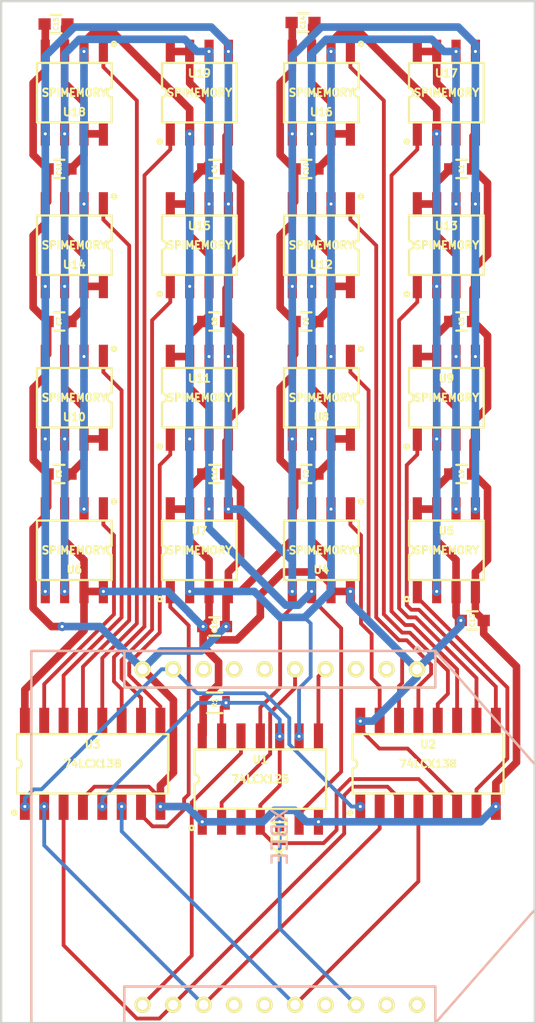
<source format=kicad_pcb>
(kicad_pcb (version 4) (host pcbnew 0.201508170901+6097~28~ubuntu14.04.1-product)

  (general
    (links 188)
    (no_connects 0)
    (area 79.924999 58.024999 119.278601 125.280001)
    (thickness 1.6)
    (drawings 4)
    (tracks 675)
    (zones 0)
    (modules 37)
    (nets 38)
  )

  (page A4)
  (layers
    (0 F.Cu signal)
    (31 B.Cu signal hide)
    (32 B.Adhes user)
    (33 F.Adhes user)
    (34 B.Paste user)
    (35 F.Paste user)
    (36 B.SilkS user)
    (37 F.SilkS user)
    (38 B.Mask user)
    (39 F.Mask user)
    (40 Dwgs.User user)
    (41 Cmts.User user)
    (42 Eco1.User user)
    (43 Eco2.User user)
    (44 Edge.Cuts user)
    (45 Margin user)
    (46 B.CrtYd user)
    (47 F.CrtYd user)
    (48 B.Fab user)
    (49 F.Fab user)
  )

  (setup
    (last_trace_width 0.5)
    (user_trace_width 0.5)
    (trace_clearance 0.2)
    (zone_clearance 0.508)
    (zone_45_only no)
    (trace_min 0.2)
    (segment_width 0.2)
    (edge_width 0.15)
    (via_size 0.6)
    (via_drill 0.2)
    (via_min_size 0.4)
    (via_min_drill 0.18)
    (uvia_size 0.3)
    (uvia_drill 0.1)
    (uvias_allowed no)
    (uvia_min_size 0.2)
    (uvia_min_drill 0.1)
    (pcb_text_width 0.3)
    (pcb_text_size 1.5 1.5)
    (mod_edge_width 0.15)
    (mod_text_size 1 1)
    (mod_text_width 0.15)
    (pad_size 1.524 1.524)
    (pad_drill 0.762)
    (pad_to_mask_clearance 0.2)
    (aux_axis_origin 0 0)
    (grid_origin 80 60)
    (visible_elements FFFFFF7F)
    (pcbplotparams
      (layerselection 0x00030_80000001)
      (usegerberextensions false)
      (excludeedgelayer true)
      (linewidth 0.100000)
      (plotframeref false)
      (viasonmask false)
      (mode 1)
      (useauxorigin false)
      (hpglpennumber 1)
      (hpglpenspeed 20)
      (hpglpendiameter 15)
      (hpglpenoverlay 2)
      (psnegative false)
      (psa4output false)
      (plotreference true)
      (plotvalue true)
      (plotinvisibletext false)
      (padsonsilk false)
      (subtractmaskfromsilk false)
      (outputformat 1)
      (mirror false)
      (drillshape 1)
      (scaleselection 1)
      (outputdirectory ""))
  )

  (net 0 "")
  (net 1 VCC)
  (net 2 GND)
  (net 3 /~CS)
  (net 4 /SCK)
  (net 5 /MISO)
  (net 6 /MOSI)
  (net 7 /A0)
  (net 8 /A1)
  (net 9 /A2)
  (net 10 /A3)
  (net 11 /D8)
  (net 12 /D9)
  (net 13 /D10)
  (net 14 /D11)
  (net 15 /D12)
  (net 16 /D13)
  (net 17 /D14)
  (net 18 /D15)
  (net 19 /D0)
  (net 20 /D1)
  (net 21 /D2)
  (net 22 /D3)
  (net 23 /D4)
  (net 24 /D5)
  (net 25 /D6)
  (net 26 /D7)
  (net 27 /SCLK)
  (net 28 /SO)
  (net 29 /SI)
  (net 30 /~E)
  (net 31 "Net-(XB1-Pad2)")
  (net 32 "Net-(XB1-Pad3)")
  (net 33 "Net-(XB1-Pad7)")
  (net 34 "Net-(XB1-Pad15)")
  (net 35 "Net-(XB1-Pad17)")
  (net 36 "Net-(XB1-Pad19)")
  (net 37 "Net-(XB1-Pad20)")

  (net_class Default "This is the default net class."
    (clearance 0.2)
    (trace_width 0.25)
    (via_dia 0.6)
    (via_drill 0.2)
    (uvia_dia 0.3)
    (uvia_drill 0.1)
    (add_net /A0)
    (add_net /A1)
    (add_net /A2)
    (add_net /A3)
    (add_net /D0)
    (add_net /D1)
    (add_net /D10)
    (add_net /D11)
    (add_net /D12)
    (add_net /D13)
    (add_net /D14)
    (add_net /D15)
    (add_net /D2)
    (add_net /D3)
    (add_net /D4)
    (add_net /D5)
    (add_net /D6)
    (add_net /D7)
    (add_net /D8)
    (add_net /D9)
    (add_net /MISO)
    (add_net /MOSI)
    (add_net /SCK)
    (add_net /SCLK)
    (add_net /SI)
    (add_net /SO)
    (add_net /~CS)
    (add_net /~E)
    (add_net GND)
    (add_net "Net-(XB1-Pad15)")
    (add_net "Net-(XB1-Pad17)")
    (add_net "Net-(XB1-Pad19)")
    (add_net "Net-(XB1-Pad2)")
    (add_net "Net-(XB1-Pad20)")
    (add_net "Net-(XB1-Pad3)")
    (add_net "Net-(XB1-Pad7)")
    (add_net VCC)
  )

  (module Capacitors_SMD:C_0603 (layer F.Cu) (tedit 5415D631) (tstamp 55CDE8C5)
    (at 114.2 69)
    (descr "Capacitor SMD 0603, reflow soldering, AVX (see smccp.pdf)")
    (tags "capacitor 0603")
    (path /55D15300)
    (attr smd)
    (fp_text reference C1 (at 0 0 270) (layer F.SilkS)
      (effects (font (size 0.3 0.3) (thickness 0.075)))
    )
    (fp_text value 104M (at 0 0 180) (layer F.Fab)
      (effects (font (size 0.5 0.5) (thickness 0.125)))
    )
    (fp_line (start -1.45 -0.75) (end 1.45 -0.75) (layer F.CrtYd) (width 0.05))
    (fp_line (start -1.45 0.75) (end 1.45 0.75) (layer F.CrtYd) (width 0.05))
    (fp_line (start -1.45 -0.75) (end -1.45 0.75) (layer F.CrtYd) (width 0.05))
    (fp_line (start 1.45 -0.75) (end 1.45 0.75) (layer F.CrtYd) (width 0.05))
    (fp_line (start -0.35 -0.6) (end 0.35 -0.6) (layer F.SilkS) (width 0.15))
    (fp_line (start 0.35 0.6) (end -0.35 0.6) (layer F.SilkS) (width 0.15))
    (pad 1 smd rect (at -0.75 0) (size 0.8 0.75) (layers F.Cu F.Paste F.Mask)
      (net 1 VCC))
    (pad 2 smd rect (at 0.75 0) (size 0.8 0.75) (layers F.Cu F.Paste F.Mask)
      (net 2 GND))
    (model Capacitors_SMD.3dshapes/C_0603.wrl
      (at (xyz 0 0 0))
      (scale (xyz 1 1 1))
      (rotate (xyz 0 0 0))
    )
  )

  (module Capacitors_SMD:C_0603 (layer F.Cu) (tedit 5415D631) (tstamp 55CDE8CB)
    (at 104 89 180)
    (descr "Capacitor SMD 0603, reflow soldering, AVX (see smccp.pdf)")
    (tags "capacitor 0603")
    (path /55D15354)
    (attr smd)
    (fp_text reference C2 (at 0 0 270) (layer F.SilkS)
      (effects (font (size 0.3 0.3) (thickness 0.075)))
    )
    (fp_text value 104M (at 0 0 180) (layer F.Fab)
      (effects (font (size 0.5 0.5) (thickness 0.125)))
    )
    (fp_line (start -1.45 -0.75) (end 1.45 -0.75) (layer F.CrtYd) (width 0.05))
    (fp_line (start -1.45 0.75) (end 1.45 0.75) (layer F.CrtYd) (width 0.05))
    (fp_line (start -1.45 -0.75) (end -1.45 0.75) (layer F.CrtYd) (width 0.05))
    (fp_line (start 1.45 -0.75) (end 1.45 0.75) (layer F.CrtYd) (width 0.05))
    (fp_line (start -0.35 -0.6) (end 0.35 -0.6) (layer F.SilkS) (width 0.15))
    (fp_line (start 0.35 0.6) (end -0.35 0.6) (layer F.SilkS) (width 0.15))
    (pad 1 smd rect (at -0.75 0 180) (size 0.8 0.75) (layers F.Cu F.Paste F.Mask)
      (net 1 VCC))
    (pad 2 smd rect (at 0.75 0 180) (size 0.8 0.75) (layers F.Cu F.Paste F.Mask)
      (net 2 GND))
    (model Capacitors_SMD.3dshapes/C_0603.wrl
      (at (xyz 0 0 0))
      (scale (xyz 1 1 1))
      (rotate (xyz 0 0 0))
    )
  )

  (module Capacitors_SMD:C_0603 (layer F.Cu) (tedit 5415D631) (tstamp 55CDE8D1)
    (at 87.8 89 180)
    (descr "Capacitor SMD 0603, reflow soldering, AVX (see smccp.pdf)")
    (tags "capacitor 0603")
    (path /55CF251A)
    (attr smd)
    (fp_text reference C3 (at 0 0 270) (layer F.SilkS)
      (effects (font (size 0.3 0.3) (thickness 0.075)))
    )
    (fp_text value 104M (at 0 0 180) (layer F.Fab)
      (effects (font (size 0.5 0.5) (thickness 0.125)))
    )
    (fp_line (start -1.45 -0.75) (end 1.45 -0.75) (layer F.CrtYd) (width 0.05))
    (fp_line (start -1.45 0.75) (end 1.45 0.75) (layer F.CrtYd) (width 0.05))
    (fp_line (start -1.45 -0.75) (end -1.45 0.75) (layer F.CrtYd) (width 0.05))
    (fp_line (start 1.45 -0.75) (end 1.45 0.75) (layer F.CrtYd) (width 0.05))
    (fp_line (start -0.35 -0.6) (end 0.35 -0.6) (layer F.SilkS) (width 0.15))
    (fp_line (start 0.35 0.6) (end -0.35 0.6) (layer F.SilkS) (width 0.15))
    (pad 1 smd rect (at -0.75 0 180) (size 0.8 0.75) (layers F.Cu F.Paste F.Mask)
      (net 1 VCC))
    (pad 2 smd rect (at 0.75 0 180) (size 0.8 0.75) (layers F.Cu F.Paste F.Mask)
      (net 2 GND))
    (model Capacitors_SMD.3dshapes/C_0603.wrl
      (at (xyz 0 0 0))
      (scale (xyz 1 1 1))
      (rotate (xyz 0 0 0))
    )
  )

  (module Capacitors_SMD:C_0603 (layer F.Cu) (tedit 5415D631) (tstamp 55CDE8D7)
    (at 98 69)
    (descr "Capacitor SMD 0603, reflow soldering, AVX (see smccp.pdf)")
    (tags "capacitor 0603")
    (path /55CF256E)
    (attr smd)
    (fp_text reference C4 (at 0 0 270) (layer F.SilkS)
      (effects (font (size 0.3 0.3) (thickness 0.075)))
    )
    (fp_text value 104M (at 0 0 180) (layer F.Fab)
      (effects (font (size 0.5 0.5) (thickness 0.125)))
    )
    (fp_line (start -1.45 -0.75) (end 1.45 -0.75) (layer F.CrtYd) (width 0.05))
    (fp_line (start -1.45 0.75) (end 1.45 0.75) (layer F.CrtYd) (width 0.05))
    (fp_line (start -1.45 -0.75) (end -1.45 0.75) (layer F.CrtYd) (width 0.05))
    (fp_line (start 1.45 -0.75) (end 1.45 0.75) (layer F.CrtYd) (width 0.05))
    (fp_line (start -0.35 -0.6) (end 0.35 -0.6) (layer F.SilkS) (width 0.15))
    (fp_line (start 0.35 0.6) (end -0.35 0.6) (layer F.SilkS) (width 0.15))
    (pad 1 smd rect (at -0.75 0) (size 0.8 0.75) (layers F.Cu F.Paste F.Mask)
      (net 1 VCC))
    (pad 2 smd rect (at 0.75 0) (size 0.8 0.75) (layers F.Cu F.Paste F.Mask)
      (net 2 GND))
    (model Capacitors_SMD.3dshapes/C_0603.wrl
      (at (xyz 0 0 0))
      (scale (xyz 1 1 1))
      (rotate (xyz 0 0 0))
    )
  )

  (module Capacitors_SMD:C_0603 (layer F.Cu) (tedit 5415D631) (tstamp 55CDE8DD)
    (at 114.2 79)
    (descr "Capacitor SMD 0603, reflow soldering, AVX (see smccp.pdf)")
    (tags "capacitor 0603")
    (path /55D152E2)
    (attr smd)
    (fp_text reference C5 (at 0 0 270) (layer F.SilkS)
      (effects (font (size 0.3 0.3) (thickness 0.075)))
    )
    (fp_text value 104M (at 0 0 180) (layer F.Fab)
      (effects (font (size 0.5 0.5) (thickness 0.125)))
    )
    (fp_line (start -1.45 -0.75) (end 1.45 -0.75) (layer F.CrtYd) (width 0.05))
    (fp_line (start -1.45 0.75) (end 1.45 0.75) (layer F.CrtYd) (width 0.05))
    (fp_line (start -1.45 -0.75) (end -1.45 0.75) (layer F.CrtYd) (width 0.05))
    (fp_line (start 1.45 -0.75) (end 1.45 0.75) (layer F.CrtYd) (width 0.05))
    (fp_line (start -0.35 -0.6) (end 0.35 -0.6) (layer F.SilkS) (width 0.15))
    (fp_line (start 0.35 0.6) (end -0.35 0.6) (layer F.SilkS) (width 0.15))
    (pad 1 smd rect (at -0.75 0) (size 0.8 0.75) (layers F.Cu F.Paste F.Mask)
      (net 1 VCC))
    (pad 2 smd rect (at 0.75 0) (size 0.8 0.75) (layers F.Cu F.Paste F.Mask)
      (net 2 GND))
    (model Capacitors_SMD.3dshapes/C_0603.wrl
      (at (xyz 0 0 0))
      (scale (xyz 1 1 1))
      (rotate (xyz 0 0 0))
    )
  )

  (module Capacitors_SMD:C_0603 (layer F.Cu) (tedit 5415D631) (tstamp 55CDE8E3)
    (at 104 79 180)
    (descr "Capacitor SMD 0603, reflow soldering, AVX (see smccp.pdf)")
    (tags "capacitor 0603")
    (path /55D1541D)
    (attr smd)
    (fp_text reference C6 (at 0 0 270) (layer F.SilkS)
      (effects (font (size 0.3 0.3) (thickness 0.075)))
    )
    (fp_text value 104M (at 0 0 180) (layer F.Fab)
      (effects (font (size 0.5 0.5) (thickness 0.125)))
    )
    (fp_line (start -1.45 -0.75) (end 1.45 -0.75) (layer F.CrtYd) (width 0.05))
    (fp_line (start -1.45 0.75) (end 1.45 0.75) (layer F.CrtYd) (width 0.05))
    (fp_line (start -1.45 -0.75) (end -1.45 0.75) (layer F.CrtYd) (width 0.05))
    (fp_line (start 1.45 -0.75) (end 1.45 0.75) (layer F.CrtYd) (width 0.05))
    (fp_line (start -0.35 -0.6) (end 0.35 -0.6) (layer F.SilkS) (width 0.15))
    (fp_line (start 0.35 0.6) (end -0.35 0.6) (layer F.SilkS) (width 0.15))
    (pad 1 smd rect (at -0.75 0 180) (size 0.8 0.75) (layers F.Cu F.Paste F.Mask)
      (net 1 VCC))
    (pad 2 smd rect (at 0.75 0 180) (size 0.8 0.75) (layers F.Cu F.Paste F.Mask)
      (net 2 GND))
    (model Capacitors_SMD.3dshapes/C_0603.wrl
      (at (xyz 0 0 0))
      (scale (xyz 1 1 1))
      (rotate (xyz 0 0 0))
    )
  )

  (module Capacitors_SMD:C_0603 (layer F.Cu) (tedit 5415D631) (tstamp 55CDE8E9)
    (at 87.8 79 180)
    (descr "Capacitor SMD 0603, reflow soldering, AVX (see smccp.pdf)")
    (tags "capacitor 0603")
    (path /55CF24FC)
    (attr smd)
    (fp_text reference C7 (at 0 0 270) (layer F.SilkS)
      (effects (font (size 0.3 0.3) (thickness 0.075)))
    )
    (fp_text value 104M (at 0 0 180) (layer F.Fab)
      (effects (font (size 0.5 0.5) (thickness 0.125)))
    )
    (fp_line (start -1.45 -0.75) (end 1.45 -0.75) (layer F.CrtYd) (width 0.05))
    (fp_line (start -1.45 0.75) (end 1.45 0.75) (layer F.CrtYd) (width 0.05))
    (fp_line (start -1.45 -0.75) (end -1.45 0.75) (layer F.CrtYd) (width 0.05))
    (fp_line (start 1.45 -0.75) (end 1.45 0.75) (layer F.CrtYd) (width 0.05))
    (fp_line (start -0.35 -0.6) (end 0.35 -0.6) (layer F.SilkS) (width 0.15))
    (fp_line (start 0.35 0.6) (end -0.35 0.6) (layer F.SilkS) (width 0.15))
    (pad 1 smd rect (at -0.75 0 180) (size 0.8 0.75) (layers F.Cu F.Paste F.Mask)
      (net 1 VCC))
    (pad 2 smd rect (at 0.75 0 180) (size 0.8 0.75) (layers F.Cu F.Paste F.Mask)
      (net 2 GND))
    (model Capacitors_SMD.3dshapes/C_0603.wrl
      (at (xyz 0 0 0))
      (scale (xyz 1 1 1))
      (rotate (xyz 0 0 0))
    )
  )

  (module Capacitors_SMD:C_0603 (layer F.Cu) (tedit 5415D631) (tstamp 55CDE8EF)
    (at 98 79)
    (descr "Capacitor SMD 0603, reflow soldering, AVX (see smccp.pdf)")
    (tags "capacitor 0603")
    (path /55CFFAD5)
    (attr smd)
    (fp_text reference C8 (at 0 0 270) (layer F.SilkS)
      (effects (font (size 0.3 0.3) (thickness 0.075)))
    )
    (fp_text value 104M (at 0 0 180) (layer F.Fab)
      (effects (font (size 0.5 0.5) (thickness 0.125)))
    )
    (fp_line (start -1.45 -0.75) (end 1.45 -0.75) (layer F.CrtYd) (width 0.05))
    (fp_line (start -1.45 0.75) (end 1.45 0.75) (layer F.CrtYd) (width 0.05))
    (fp_line (start -1.45 -0.75) (end -1.45 0.75) (layer F.CrtYd) (width 0.05))
    (fp_line (start 1.45 -0.75) (end 1.45 0.75) (layer F.CrtYd) (width 0.05))
    (fp_line (start -0.35 -0.6) (end 0.35 -0.6) (layer F.SilkS) (width 0.15))
    (fp_line (start 0.35 0.6) (end -0.35 0.6) (layer F.SilkS) (width 0.15))
    (pad 1 smd rect (at -0.75 0) (size 0.8 0.75) (layers F.Cu F.Paste F.Mask)
      (net 1 VCC))
    (pad 2 smd rect (at 0.75 0) (size 0.8 0.75) (layers F.Cu F.Paste F.Mask)
      (net 2 GND))
    (model Capacitors_SMD.3dshapes/C_0603.wrl
      (at (xyz 0 0 0))
      (scale (xyz 1 1 1))
      (rotate (xyz 0 0 0))
    )
  )

  (module Capacitors_SMD:C_0603 (layer F.Cu) (tedit 5415D631) (tstamp 55CDE8F5)
    (at 114.2 89)
    (descr "Capacitor SMD 0603, reflow soldering, AVX (see smccp.pdf)")
    (tags "capacitor 0603")
    (path /55D152C4)
    (attr smd)
    (fp_text reference C9 (at 0 0 270) (layer F.SilkS)
      (effects (font (size 0.3 0.3) (thickness 0.075)))
    )
    (fp_text value 104M (at 0 0 180) (layer F.Fab)
      (effects (font (size 0.5 0.5) (thickness 0.125)))
    )
    (fp_line (start -1.45 -0.75) (end 1.45 -0.75) (layer F.CrtYd) (width 0.05))
    (fp_line (start -1.45 0.75) (end 1.45 0.75) (layer F.CrtYd) (width 0.05))
    (fp_line (start -1.45 -0.75) (end -1.45 0.75) (layer F.CrtYd) (width 0.05))
    (fp_line (start 1.45 -0.75) (end 1.45 0.75) (layer F.CrtYd) (width 0.05))
    (fp_line (start -0.35 -0.6) (end 0.35 -0.6) (layer F.SilkS) (width 0.15))
    (fp_line (start 0.35 0.6) (end -0.35 0.6) (layer F.SilkS) (width 0.15))
    (pad 1 smd rect (at -0.75 0) (size 0.8 0.75) (layers F.Cu F.Paste F.Mask)
      (net 1 VCC))
    (pad 2 smd rect (at 0.75 0) (size 0.8 0.75) (layers F.Cu F.Paste F.Mask)
      (net 2 GND))
    (model Capacitors_SMD.3dshapes/C_0603.wrl
      (at (xyz 0 0 0))
      (scale (xyz 1 1 1))
      (rotate (xyz 0 0 0))
    )
  )

  (module Capacitors_SMD:C_0603 (layer F.Cu) (tedit 5415D631) (tstamp 55CDE8FB)
    (at 104 69 180)
    (descr "Capacitor SMD 0603, reflow soldering, AVX (see smccp.pdf)")
    (tags "capacitor 0603")
    (path /55D15378)
    (attr smd)
    (fp_text reference C10 (at 0 0 270) (layer F.SilkS)
      (effects (font (size 0.3 0.3) (thickness 0.075)))
    )
    (fp_text value 104M (at 0 0 180) (layer F.Fab)
      (effects (font (size 0.5 0.5) (thickness 0.125)))
    )
    (fp_line (start -1.45 -0.75) (end 1.45 -0.75) (layer F.CrtYd) (width 0.05))
    (fp_line (start -1.45 0.75) (end 1.45 0.75) (layer F.CrtYd) (width 0.05))
    (fp_line (start -1.45 -0.75) (end -1.45 0.75) (layer F.CrtYd) (width 0.05))
    (fp_line (start 1.45 -0.75) (end 1.45 0.75) (layer F.CrtYd) (width 0.05))
    (fp_line (start -0.35 -0.6) (end 0.35 -0.6) (layer F.SilkS) (width 0.15))
    (fp_line (start 0.35 0.6) (end -0.35 0.6) (layer F.SilkS) (width 0.15))
    (pad 1 smd rect (at -0.75 0 180) (size 0.8 0.75) (layers F.Cu F.Paste F.Mask)
      (net 1 VCC))
    (pad 2 smd rect (at 0.75 0 180) (size 0.8 0.75) (layers F.Cu F.Paste F.Mask)
      (net 2 GND))
    (model Capacitors_SMD.3dshapes/C_0603.wrl
      (at (xyz 0 0 0))
      (scale (xyz 1 1 1))
      (rotate (xyz 0 0 0))
    )
  )

  (module Capacitors_SMD:C_0603 (layer F.Cu) (tedit 5415D631) (tstamp 55CDE901)
    (at 87.8 69 180)
    (descr "Capacitor SMD 0603, reflow soldering, AVX (see smccp.pdf)")
    (tags "capacitor 0603")
    (path /55CF24DE)
    (attr smd)
    (fp_text reference C11 (at 0 0 270) (layer F.SilkS)
      (effects (font (size 0.3 0.3) (thickness 0.075)))
    )
    (fp_text value 104M (at 0 0 180) (layer F.Fab)
      (effects (font (size 0.5 0.5) (thickness 0.125)))
    )
    (fp_line (start -1.45 -0.75) (end 1.45 -0.75) (layer F.CrtYd) (width 0.05))
    (fp_line (start -1.45 0.75) (end 1.45 0.75) (layer F.CrtYd) (width 0.05))
    (fp_line (start -1.45 -0.75) (end -1.45 0.75) (layer F.CrtYd) (width 0.05))
    (fp_line (start 1.45 -0.75) (end 1.45 0.75) (layer F.CrtYd) (width 0.05))
    (fp_line (start -0.35 -0.6) (end 0.35 -0.6) (layer F.SilkS) (width 0.15))
    (fp_line (start 0.35 0.6) (end -0.35 0.6) (layer F.SilkS) (width 0.15))
    (pad 1 smd rect (at -0.75 0 180) (size 0.8 0.75) (layers F.Cu F.Paste F.Mask)
      (net 1 VCC))
    (pad 2 smd rect (at 0.75 0 180) (size 0.8 0.75) (layers F.Cu F.Paste F.Mask)
      (net 2 GND))
    (model Capacitors_SMD.3dshapes/C_0603.wrl
      (at (xyz 0 0 0))
      (scale (xyz 1 1 1))
      (rotate (xyz 0 0 0))
    )
  )

  (module Capacitors_SMD:C_0603 (layer F.Cu) (tedit 5415D631) (tstamp 55CDE907)
    (at 98 89)
    (descr "Capacitor SMD 0603, reflow soldering, AVX (see smccp.pdf)")
    (tags "capacitor 0603")
    (path /55CF2644)
    (attr smd)
    (fp_text reference C12 (at 0 0 270) (layer F.SilkS)
      (effects (font (size 0.3 0.3) (thickness 0.075)))
    )
    (fp_text value 104M (at 0 0 180) (layer F.Fab)
      (effects (font (size 0.5 0.5) (thickness 0.125)))
    )
    (fp_line (start -1.45 -0.75) (end 1.45 -0.75) (layer F.CrtYd) (width 0.05))
    (fp_line (start -1.45 0.75) (end 1.45 0.75) (layer F.CrtYd) (width 0.05))
    (fp_line (start -1.45 -0.75) (end -1.45 0.75) (layer F.CrtYd) (width 0.05))
    (fp_line (start 1.45 -0.75) (end 1.45 0.75) (layer F.CrtYd) (width 0.05))
    (fp_line (start -0.35 -0.6) (end 0.35 -0.6) (layer F.SilkS) (width 0.15))
    (fp_line (start 0.35 0.6) (end -0.35 0.6) (layer F.SilkS) (width 0.15))
    (pad 1 smd rect (at -0.75 0) (size 0.8 0.75) (layers F.Cu F.Paste F.Mask)
      (net 1 VCC))
    (pad 2 smd rect (at 0.75 0) (size 0.8 0.75) (layers F.Cu F.Paste F.Mask)
      (net 2 GND))
    (model Capacitors_SMD.3dshapes/C_0603.wrl
      (at (xyz 0 0 0))
      (scale (xyz 1 1 1))
      (rotate (xyz 0 0 0))
    )
  )

  (module Capacitors_SMD:C_0603 (layer F.Cu) (tedit 5415D631) (tstamp 55CDE90D)
    (at 114.9 98.6)
    (descr "Capacitor SMD 0603, reflow soldering, AVX (see smccp.pdf)")
    (tags "capacitor 0603")
    (path /55D152A6)
    (attr smd)
    (fp_text reference C13 (at 0 0 270) (layer F.SilkS)
      (effects (font (size 0.3 0.3) (thickness 0.075)))
    )
    (fp_text value 104M (at 0 0 180) (layer F.Fab)
      (effects (font (size 0.5 0.5) (thickness 0.125)))
    )
    (fp_line (start -1.45 -0.75) (end 1.45 -0.75) (layer F.CrtYd) (width 0.05))
    (fp_line (start -1.45 0.75) (end 1.45 0.75) (layer F.CrtYd) (width 0.05))
    (fp_line (start -1.45 -0.75) (end -1.45 0.75) (layer F.CrtYd) (width 0.05))
    (fp_line (start 1.45 -0.75) (end 1.45 0.75) (layer F.CrtYd) (width 0.05))
    (fp_line (start -0.35 -0.6) (end 0.35 -0.6) (layer F.SilkS) (width 0.15))
    (fp_line (start 0.35 0.6) (end -0.35 0.6) (layer F.SilkS) (width 0.15))
    (pad 1 smd rect (at -0.75 0) (size 0.8 0.75) (layers F.Cu F.Paste F.Mask)
      (net 1 VCC))
    (pad 2 smd rect (at 0.75 0) (size 0.8 0.75) (layers F.Cu F.Paste F.Mask)
      (net 2 GND))
    (model Capacitors_SMD.3dshapes/C_0603.wrl
      (at (xyz 0 0 0))
      (scale (xyz 1 1 1))
      (rotate (xyz 0 0 0))
    )
  )

  (module Capacitors_SMD:C_0603 (layer F.Cu) (tedit 5415D631) (tstamp 55CDE913)
    (at 103.8 59.4 180)
    (descr "Capacitor SMD 0603, reflow soldering, AVX (see smccp.pdf)")
    (tags "capacitor 0603")
    (path /55D1536C)
    (attr smd)
    (fp_text reference C14 (at 0 0 270) (layer F.SilkS)
      (effects (font (size 0.3 0.3) (thickness 0.075)))
    )
    (fp_text value 104M (at 0 0 180) (layer F.Fab)
      (effects (font (size 0.5 0.5) (thickness 0.125)))
    )
    (fp_line (start -1.45 -0.75) (end 1.45 -0.75) (layer F.CrtYd) (width 0.05))
    (fp_line (start -1.45 0.75) (end 1.45 0.75) (layer F.CrtYd) (width 0.05))
    (fp_line (start -1.45 -0.75) (end -1.45 0.75) (layer F.CrtYd) (width 0.05))
    (fp_line (start 1.45 -0.75) (end 1.45 0.75) (layer F.CrtYd) (width 0.05))
    (fp_line (start -0.35 -0.6) (end 0.35 -0.6) (layer F.SilkS) (width 0.15))
    (fp_line (start 0.35 0.6) (end -0.35 0.6) (layer F.SilkS) (width 0.15))
    (pad 1 smd rect (at -0.75 0 180) (size 0.8 0.75) (layers F.Cu F.Paste F.Mask)
      (net 1 VCC))
    (pad 2 smd rect (at 0.75 0 180) (size 0.8 0.75) (layers F.Cu F.Paste F.Mask)
      (net 2 GND))
    (model Capacitors_SMD.3dshapes/C_0603.wrl
      (at (xyz 0 0 0))
      (scale (xyz 1 1 1))
      (rotate (xyz 0 0 0))
    )
  )

  (module Capacitors_SMD:C_0603 (layer F.Cu) (tedit 55D07523) (tstamp 55CDE919)
    (at 87.6 59.5 180)
    (descr "Capacitor SMD 0603, reflow soldering, AVX (see smccp.pdf)")
    (tags "capacitor 0603")
    (path /55CF24C0)
    (attr smd)
    (fp_text reference C15 (at 0 0 270) (layer F.SilkS)
      (effects (font (size 0.3 0.3) (thickness 0.075)))
    )
    (fp_text value 104M (at 0 0 180) (layer F.Fab)
      (effects (font (size 0.5 0.5) (thickness 0.125)))
    )
    (fp_line (start -1.45 -0.75) (end 1.45 -0.75) (layer F.CrtYd) (width 0.05))
    (fp_line (start -1.45 0.75) (end 1.45 0.75) (layer F.CrtYd) (width 0.05))
    (fp_line (start -1.45 -0.75) (end -1.45 0.75) (layer F.CrtYd) (width 0.05))
    (fp_line (start 1.45 -0.75) (end 1.45 0.75) (layer F.CrtYd) (width 0.05))
    (fp_line (start -0.35 -0.6) (end 0.35 -0.6) (layer F.SilkS) (width 0.15))
    (fp_line (start 0.35 0.6) (end -0.35 0.6) (layer F.SilkS) (width 0.15))
    (pad 1 smd rect (at -0.75 0 180) (size 0.8 0.75) (layers F.Cu F.Paste F.Mask)
      (net 1 VCC))
    (pad 2 smd rect (at 0.75 0 180) (size 0.8 0.75) (layers F.Cu F.Paste F.Mask)
      (net 2 GND))
    (model Capacitors_SMD.3dshapes/C_0603.wrl
      (at (xyz 0 0 0))
      (scale (xyz 1 1 1))
      (rotate (xyz 0 0 0))
    )
  )

  (module Capacitors_SMD:C_0603 (layer F.Cu) (tedit 5415D631) (tstamp 55CDE91F)
    (at 98 99)
    (descr "Capacitor SMD 0603, reflow soldering, AVX (see smccp.pdf)")
    (tags "capacitor 0603")
    (path /55CF2636)
    (attr smd)
    (fp_text reference C16 (at 0 0 270) (layer F.SilkS)
      (effects (font (size 0.3 0.3) (thickness 0.075)))
    )
    (fp_text value 104M (at 0 0 180) (layer F.Fab)
      (effects (font (size 0.5 0.5) (thickness 0.125)))
    )
    (fp_line (start -1.45 -0.75) (end 1.45 -0.75) (layer F.CrtYd) (width 0.05))
    (fp_line (start -1.45 0.75) (end 1.45 0.75) (layer F.CrtYd) (width 0.05))
    (fp_line (start -1.45 -0.75) (end -1.45 0.75) (layer F.CrtYd) (width 0.05))
    (fp_line (start 1.45 -0.75) (end 1.45 0.75) (layer F.CrtYd) (width 0.05))
    (fp_line (start -0.35 -0.6) (end 0.35 -0.6) (layer F.SilkS) (width 0.15))
    (fp_line (start 0.35 0.6) (end -0.35 0.6) (layer F.SilkS) (width 0.15))
    (pad 1 smd rect (at -0.75 0) (size 0.8 0.75) (layers F.Cu F.Paste F.Mask)
      (net 1 VCC))
    (pad 2 smd rect (at 0.75 0) (size 0.8 0.75) (layers F.Cu F.Paste F.Mask)
      (net 2 GND))
    (model Capacitors_SMD.3dshapes/C_0603.wrl
      (at (xyz 0 0 0))
      (scale (xyz 1 1 1))
      (rotate (xyz 0 0 0))
    )
  )

  (module Resistors_SMD:R_0603 (layer F.Cu) (tedit 55D079BA) (tstamp 55CDE925)
    (at 98 104)
    (descr "Resistor SMD 0603, reflow soldering, Vishay (see dcrcw.pdf)")
    (tags "resistor 0603")
    (path /55CDB8CA)
    (attr smd)
    (fp_text reference R1 (at 0 0 90) (layer F.SilkS)
      (effects (font (size 0.3 0.3) (thickness 0.075)))
    )
    (fp_text value 103J (at 0 0) (layer F.Fab)
      (effects (font (size 0.5 0.5) (thickness 0.125)))
    )
    (fp_line (start -1.3 -0.8) (end 1.3 -0.8) (layer F.CrtYd) (width 0.05))
    (fp_line (start -1.3 0.8) (end 1.3 0.8) (layer F.CrtYd) (width 0.05))
    (fp_line (start -1.3 -0.8) (end -1.3 0.8) (layer F.CrtYd) (width 0.05))
    (fp_line (start 1.3 -0.8) (end 1.3 0.8) (layer F.CrtYd) (width 0.05))
    (fp_line (start 0.5 0.675) (end -0.5 0.675) (layer F.SilkS) (width 0.15))
    (fp_line (start -0.5 -0.675) (end 0.5 -0.675) (layer F.SilkS) (width 0.15))
    (pad 1 smd rect (at -0.75 0) (size 0.5 0.9) (layers F.Cu F.Paste F.Mask)
      (net 1 VCC))
    (pad 2 smd rect (at 0.75 0) (size 0.5 0.9) (layers F.Cu F.Paste F.Mask)
      (net 3 /~CS))
    (model Resistors_SMD.3dshapes/R_0603.wrl
      (at (xyz 0 0 0))
      (scale (xyz 1 1 1))
      (rotate (xyz 0 0 0))
    )
  )

  (module tXmem:XBee (layer F.Cu) (tedit 546709E0) (tstamp 55D07B37)
    (at 102.277 112.8 270)
    (path /55D1D60C)
    (fp_text reference XB1 (at 0 0 270) (layer F.SilkS)
      (effects (font (size 1 1) (thickness 0.15)))
    )
    (fp_text value XBEE (at 0 0 270) (layer B.SilkS)
      (effects (font (size 1 1) (thickness 0.15)) (justify mirror))
    )
    (fp_line (start -12.2 16.2984) (end -12.2 -10.2) (layer B.SilkS) (width 0.16))
    (fp_line (start 12.2 16.2984) (end -12.2 16.2984) (layer B.SilkS) (width 0.16))
    (fp_line (start 12.2 -10.2) (end 12.2 16.2984) (layer B.SilkS) (width 0.16))
    (fp_line (start 4.7625 -16.7216) (end 12.2 -10.2) (layer B.SilkS) (width 0.16))
    (fp_line (start -4.7625 -16.7216) (end 4.7625 -16.7216) (layer B.SilkS) (width 0.16))
    (fp_line (start -12.2 -10.2) (end -4.7625 -16.7216) (layer B.SilkS) (width 0.16))
    (fp_circle (center -12.288 -9.017) (end -12.2245 -9.017) (layer B.SilkS) (width 0.16))
    (fp_line (start -9.8 10.2) (end -12.2 10.2) (layer B.SilkS) (width 0.16))
    (fp_line (start -9.8 -10.2) (end -9.8 10.2) (layer B.SilkS) (width 0.16))
    (fp_line (start -12.2 -10.2) (end -9.8 -10.2) (layer B.SilkS) (width 0.16))
    (fp_line (start 9.8 10.2) (end 12.2 10.2) (layer B.SilkS) (width 0.16))
    (fp_line (start 9.8 -10.2) (end 9.8 10.2) (layer B.SilkS) (width 0.16))
    (fp_line (start 12.2 -10.2) (end 9.8 -10.2) (layer B.SilkS) (width 0.16))
    (fp_line (start 12.2 -10.2) (end 9.8 -10.2) (layer F.SilkS) (width 0.16))
    (fp_line (start 9.8 -10.2) (end 9.8 10.2) (layer F.SilkS) (width 0.16))
    (fp_line (start 9.8 10.2) (end 12.2 10.2) (layer F.SilkS) (width 0.16))
    (fp_line (start -12.2 -10.2) (end -9.8 -10.2) (layer F.SilkS) (width 0.16))
    (fp_line (start -9.8 -10.2) (end -9.8 10.2) (layer F.SilkS) (width 0.16))
    (fp_line (start -9.8 10.2) (end -12.2 10.2) (layer F.SilkS) (width 0.16))
    (fp_circle (center -12.288 -9.017) (end -12.2245 -9.017) (layer F.SilkS) (width 0.16))
    (fp_line (start -12.2 -10.2) (end -4.7625 -16.7216) (layer F.SilkS) (width 0.16))
    (fp_line (start -4.7625 -16.7216) (end 4.7625 -16.7216) (layer F.SilkS) (width 0.16))
    (fp_line (start 4.7625 -16.7216) (end 12.2 -10.2) (layer F.SilkS) (width 0.16))
    (fp_line (start 12.2 -10.2) (end 12.2 16.2984) (layer F.SilkS) (width 0.16))
    (fp_line (start 12.2 16.2984) (end -12.2 16.2984) (layer F.SilkS) (width 0.16))
    (fp_line (start -12.2 16.2984) (end -12.2 -10.2) (layer F.SilkS) (width 0.16))
    (pad 1 thru_hole circle (at -11 -9 270) (size 1.0668 1.0668) (drill 0.635) (layers *.Cu *.Mask F.SilkS)
      (net 1 VCC))
    (pad 2 thru_hole circle (at -11 -7 270) (size 1.0668 1.0668) (drill 0.635) (layers *.Cu *.Mask F.SilkS)
      (net 31 "Net-(XB1-Pad2)"))
    (pad 3 thru_hole circle (at -11 -5 270) (size 1.0668 1.0668) (drill 0.635) (layers *.Cu *.Mask F.SilkS)
      (net 32 "Net-(XB1-Pad3)"))
    (pad 4 thru_hole circle (at -11 -3 270) (size 1.0668 1.0668) (drill 0.635) (layers *.Cu *.Mask F.SilkS)
      (net 5 /MISO))
    (pad 5 thru_hole circle (at -11 -1 270) (size 1.0668 1.0668) (drill 0.635) (layers *.Cu *.Mask F.SilkS)
      (net 30 /~E))
    (pad 6 thru_hole circle (at -11 1 270) (size 1.0668 1.0668) (drill 0.635) (layers *.Cu *.Mask F.SilkS))
    (pad 7 thru_hole circle (at -11 3 270) (size 1.0668 1.0668) (drill 0.635) (layers *.Cu *.Mask F.SilkS)
      (net 33 "Net-(XB1-Pad7)"))
    (pad 8 thru_hole circle (at -11 5 270) (size 1.0668 1.0668) (drill 0.635) (layers *.Cu *.Mask F.SilkS))
    (pad 9 thru_hole circle (at -11 7 270) (size 1.0668 1.0668) (drill 0.635) (layers *.Cu *.Mask F.SilkS)
      (net 7 /A0))
    (pad 12 thru_hole circle (at 11 7 270) (size 1.0668 1.0668) (drill 0.635) (layers *.Cu *.Mask F.SilkS)
      (net 9 /A2))
    (pad 13 thru_hole circle (at 11 5 270) (size 1.0668 1.0668) (drill 0.635) (layers *.Cu *.Mask F.SilkS)
      (net 8 /A1))
    (pad 14 thru_hole circle (at 11 3 270) (size 1.0668 1.0668) (drill 0.635) (layers *.Cu *.Mask F.SilkS))
    (pad 15 thru_hole circle (at 11 1 270) (size 1.0668 1.0668) (drill 0.635) (layers *.Cu *.Mask F.SilkS)
      (net 34 "Net-(XB1-Pad15)"))
    (pad 16 thru_hole circle (at 11 -1 270) (size 1.0668 1.0668) (drill 0.635) (layers *.Cu *.Mask F.SilkS)
      (net 10 /A3))
    (pad 17 thru_hole circle (at 11 -3 270) (size 1.0668 1.0668) (drill 0.635) (layers *.Cu *.Mask F.SilkS)
      (net 35 "Net-(XB1-Pad17)"))
    (pad 18 thru_hole circle (at 11 -5 270) (size 1.0668 1.0668) (drill 0.635) (layers *.Cu *.Mask F.SilkS)
      (net 27 /SCLK))
    (pad 19 thru_hole circle (at 11 -7 270) (size 1.0668 1.0668) (drill 0.635) (layers *.Cu *.Mask F.SilkS)
      (net 36 "Net-(XB1-Pad19)"))
    (pad 20 thru_hole circle (at 11 -9 270) (size 1.0668 1.0668) (drill 0.635) (layers *.Cu *.Mask F.SilkS)
      (net 37 "Net-(XB1-Pad20)"))
    (pad 10 thru_hole circle (at -11 9 270) (size 1.0668 1.0668) (drill 0.635) (layers *.Cu *.Mask F.SilkS)
      (net 2 GND))
    (pad 11 thru_hole circle (at 11 9 270) (size 1.0668 1.0668) (drill 0.635) (layers *.Cu *.Mask F.SilkS)
      (net 6 /MOSI))
  )

  (module tXmem:SOIC-8 (layer F.Cu) (tedit 55D07695) (tstamp 55CDEA91)
    (at 88.8 64 270)
    (path /55CF24B4)
    (fp_text reference U18 (at 1.27 0 360) (layer F.SilkS)
      (effects (font (size 0.5 0.5) (thickness 0.125)))
    )
    (fp_text value SPIMEMORY (at 0 0 360) (layer F.SilkS)
      (effects (font (size 0.5 0.5) (thickness 0.125)))
    )
    (fp_line (start 0.3 -2.45) (end 1.95 -2.45) (layer F.SilkS) (width 0.15))
    (fp_line (start -1.95 -2.45) (end -0.3 -2.45) (layer F.SilkS) (width 0.15))
    (fp_arc (start 0 -2.45) (end 0.3 -2.45) (angle 180) (layer F.SilkS) (width 0.15))
    (fp_circle (center -3.2 -2.6) (end -3.1 -2.5) (layer F.SilkS) (width 0.15))
    (fp_line (start 1.95 -2.45) (end 1.95 2.45) (layer F.SilkS) (width 0.15))
    (fp_line (start 1.95 2.45) (end -1.95 2.45) (layer F.SilkS) (width 0.15))
    (fp_line (start -1.95 2.45) (end -1.95 -2.45) (layer F.SilkS) (width 0.15))
    (pad 1 smd rect (at -2.7 -1.905 270) (size 1.55 0.6) (layers F.Cu F.Paste F.Mask)
      (net 23 /D4))
    (pad 2 smd rect (at -2.7 -0.635 270) (size 1.55 0.6) (layers F.Cu F.Paste F.Mask)
      (net 28 /SO))
    (pad 3 smd rect (at -2.7 0.635 270) (size 1.55 0.6) (layers F.Cu F.Paste F.Mask)
      (net 1 VCC))
    (pad 4 smd rect (at -2.7 1.905 270) (size 1.55 0.6) (layers F.Cu F.Paste F.Mask)
      (net 2 GND))
    (pad 5 smd rect (at 2.7 1.905 270) (size 1.55 0.6) (layers F.Cu F.Paste F.Mask)
      (net 29 /SI))
    (pad 6 smd rect (at 2.7 0.635 270) (size 1.55 0.6) (layers F.Cu F.Paste F.Mask)
      (net 4 /SCK))
    (pad 7 smd rect (at 2.7 -0.635 270) (size 1.55 0.6) (layers F.Cu F.Paste F.Mask)
      (net 1 VCC))
    (pad 8 smd rect (at 2.7 -1.905 270) (size 1.55 0.6) (layers F.Cu F.Paste F.Mask)
      (net 1 VCC))
    (model ./packages3d/SOIC_N_S8-19F.wrl
      (at (xyz 0 0 0))
      (scale (xyz 0.3937 0.3937 0.3937))
      (rotate (xyz 0 0 90))
    )
  )

  (module tXmem:SOIC-8 (layer F.Cu) (tedit 55D07695) (tstamp 55CDEAA4)
    (at 97 64 90)
    (path /55CF252C)
    (fp_text reference U19 (at 1.27 0 180) (layer F.SilkS)
      (effects (font (size 0.5 0.5) (thickness 0.125)))
    )
    (fp_text value SPIMEMORY (at 0 0 180) (layer F.SilkS)
      (effects (font (size 0.5 0.5) (thickness 0.125)))
    )
    (fp_line (start 0.3 -2.45) (end 1.95 -2.45) (layer F.SilkS) (width 0.15))
    (fp_line (start -1.95 -2.45) (end -0.3 -2.45) (layer F.SilkS) (width 0.15))
    (fp_arc (start 0 -2.45) (end 0.3 -2.45) (angle 180) (layer F.SilkS) (width 0.15))
    (fp_circle (center -3.2 -2.6) (end -3.1 -2.5) (layer F.SilkS) (width 0.15))
    (fp_line (start 1.95 -2.45) (end 1.95 2.45) (layer F.SilkS) (width 0.15))
    (fp_line (start 1.95 2.45) (end -1.95 2.45) (layer F.SilkS) (width 0.15))
    (fp_line (start -1.95 2.45) (end -1.95 -2.45) (layer F.SilkS) (width 0.15))
    (pad 1 smd rect (at -2.7 -1.905 90) (size 1.55 0.6) (layers F.Cu F.Paste F.Mask)
      (net 22 /D3))
    (pad 2 smd rect (at -2.7 -0.635 90) (size 1.55 0.6) (layers F.Cu F.Paste F.Mask)
      (net 28 /SO))
    (pad 3 smd rect (at -2.7 0.635 90) (size 1.55 0.6) (layers F.Cu F.Paste F.Mask)
      (net 1 VCC))
    (pad 4 smd rect (at -2.7 1.905 90) (size 1.55 0.6) (layers F.Cu F.Paste F.Mask)
      (net 2 GND))
    (pad 5 smd rect (at 2.7 1.905 90) (size 1.55 0.6) (layers F.Cu F.Paste F.Mask)
      (net 29 /SI))
    (pad 6 smd rect (at 2.7 0.635 90) (size 1.55 0.6) (layers F.Cu F.Paste F.Mask)
      (net 4 /SCK))
    (pad 7 smd rect (at 2.7 -0.635 90) (size 1.55 0.6) (layers F.Cu F.Paste F.Mask)
      (net 1 VCC))
    (pad 8 smd rect (at 2.7 -1.905 90) (size 1.55 0.6) (layers F.Cu F.Paste F.Mask)
      (net 1 VCC))
    (model ./packages3d/SOIC_N_S8-19F.wrl
      (at (xyz 0 0 0))
      (scale (xyz 0.3937 0.3937 0.3937))
      (rotate (xyz 0 0 90))
    )
  )

  (module tXmem:SOIC-8 (layer F.Cu) (tedit 55D07695) (tstamp 55CDEA6B)
    (at 105 64 270)
    (path /55D1529A)
    (fp_text reference U16 (at 1.27 0 360) (layer F.SilkS)
      (effects (font (size 0.5 0.5) (thickness 0.125)))
    )
    (fp_text value SPIMEMORY (at 0 0 360) (layer F.SilkS)
      (effects (font (size 0.5 0.5) (thickness 0.125)))
    )
    (fp_line (start 0.3 -2.45) (end 1.95 -2.45) (layer F.SilkS) (width 0.15))
    (fp_line (start -1.95 -2.45) (end -0.3 -2.45) (layer F.SilkS) (width 0.15))
    (fp_arc (start 0 -2.45) (end 0.3 -2.45) (angle 180) (layer F.SilkS) (width 0.15))
    (fp_circle (center -3.2 -2.6) (end -3.1 -2.5) (layer F.SilkS) (width 0.15))
    (fp_line (start 1.95 -2.45) (end 1.95 2.45) (layer F.SilkS) (width 0.15))
    (fp_line (start 1.95 2.45) (end -1.95 2.45) (layer F.SilkS) (width 0.15))
    (fp_line (start -1.95 2.45) (end -1.95 -2.45) (layer F.SilkS) (width 0.15))
    (pad 1 smd rect (at -2.7 -1.905 270) (size 1.55 0.6) (layers F.Cu F.Paste F.Mask)
      (net 15 /D12))
    (pad 2 smd rect (at -2.7 -0.635 270) (size 1.55 0.6) (layers F.Cu F.Paste F.Mask)
      (net 28 /SO))
    (pad 3 smd rect (at -2.7 0.635 270) (size 1.55 0.6) (layers F.Cu F.Paste F.Mask)
      (net 1 VCC))
    (pad 4 smd rect (at -2.7 1.905 270) (size 1.55 0.6) (layers F.Cu F.Paste F.Mask)
      (net 2 GND))
    (pad 5 smd rect (at 2.7 1.905 270) (size 1.55 0.6) (layers F.Cu F.Paste F.Mask)
      (net 29 /SI))
    (pad 6 smd rect (at 2.7 0.635 270) (size 1.55 0.6) (layers F.Cu F.Paste F.Mask)
      (net 4 /SCK))
    (pad 7 smd rect (at 2.7 -0.635 270) (size 1.55 0.6) (layers F.Cu F.Paste F.Mask)
      (net 1 VCC))
    (pad 8 smd rect (at 2.7 -1.905 270) (size 1.55 0.6) (layers F.Cu F.Paste F.Mask)
      (net 1 VCC))
    (model ./packages3d/SOIC_N_S8-19F.wrl
      (at (xyz 0 0 0))
      (scale (xyz 0.3937 0.3937 0.3937))
      (rotate (xyz 0 0 90))
    )
  )

  (module tXmem:SOIC-8 (layer F.Cu) (tedit 55D07695) (tstamp 55CDEA7E)
    (at 113.2 64 90)
    (path /55D15312)
    (fp_text reference U17 (at 1.27 0 180) (layer F.SilkS)
      (effects (font (size 0.5 0.5) (thickness 0.125)))
    )
    (fp_text value SPIMEMORY (at 0 0 180) (layer F.SilkS)
      (effects (font (size 0.5 0.5) (thickness 0.125)))
    )
    (fp_line (start 0.3 -2.45) (end 1.95 -2.45) (layer F.SilkS) (width 0.15))
    (fp_line (start -1.95 -2.45) (end -0.3 -2.45) (layer F.SilkS) (width 0.15))
    (fp_arc (start 0 -2.45) (end 0.3 -2.45) (angle 180) (layer F.SilkS) (width 0.15))
    (fp_circle (center -3.2 -2.6) (end -3.1 -2.5) (layer F.SilkS) (width 0.15))
    (fp_line (start 1.95 -2.45) (end 1.95 2.45) (layer F.SilkS) (width 0.15))
    (fp_line (start 1.95 2.45) (end -1.95 2.45) (layer F.SilkS) (width 0.15))
    (fp_line (start -1.95 2.45) (end -1.95 -2.45) (layer F.SilkS) (width 0.15))
    (pad 1 smd rect (at -2.7 -1.905 90) (size 1.55 0.6) (layers F.Cu F.Paste F.Mask)
      (net 14 /D11))
    (pad 2 smd rect (at -2.7 -0.635 90) (size 1.55 0.6) (layers F.Cu F.Paste F.Mask)
      (net 28 /SO))
    (pad 3 smd rect (at -2.7 0.635 90) (size 1.55 0.6) (layers F.Cu F.Paste F.Mask)
      (net 1 VCC))
    (pad 4 smd rect (at -2.7 1.905 90) (size 1.55 0.6) (layers F.Cu F.Paste F.Mask)
      (net 2 GND))
    (pad 5 smd rect (at 2.7 1.905 90) (size 1.55 0.6) (layers F.Cu F.Paste F.Mask)
      (net 29 /SI))
    (pad 6 smd rect (at 2.7 0.635 90) (size 1.55 0.6) (layers F.Cu F.Paste F.Mask)
      (net 4 /SCK))
    (pad 7 smd rect (at 2.7 -0.635 90) (size 1.55 0.6) (layers F.Cu F.Paste F.Mask)
      (net 1 VCC))
    (pad 8 smd rect (at 2.7 -1.905 90) (size 1.55 0.6) (layers F.Cu F.Paste F.Mask)
      (net 1 VCC))
    (model ./packages3d/SOIC_N_S8-19F.wrl
      (at (xyz 0 0 0))
      (scale (xyz 0.3937 0.3937 0.3937))
      (rotate (xyz 0 0 90))
    )
  )

  (module tXmem:SOIC-8 (layer F.Cu) (tedit 55D07695) (tstamp 55CDEA32)
    (at 113.2 74 90)
    (path /55D1531E)
    (fp_text reference U13 (at 1.27 0 180) (layer F.SilkS)
      (effects (font (size 0.5 0.5) (thickness 0.125)))
    )
    (fp_text value SPIMEMORY (at 0 0 180) (layer F.SilkS)
      (effects (font (size 0.5 0.5) (thickness 0.125)))
    )
    (fp_line (start 0.3 -2.45) (end 1.95 -2.45) (layer F.SilkS) (width 0.15))
    (fp_line (start -1.95 -2.45) (end -0.3 -2.45) (layer F.SilkS) (width 0.15))
    (fp_arc (start 0 -2.45) (end 0.3 -2.45) (angle 180) (layer F.SilkS) (width 0.15))
    (fp_circle (center -3.2 -2.6) (end -3.1 -2.5) (layer F.SilkS) (width 0.15))
    (fp_line (start 1.95 -2.45) (end 1.95 2.45) (layer F.SilkS) (width 0.15))
    (fp_line (start 1.95 2.45) (end -1.95 2.45) (layer F.SilkS) (width 0.15))
    (fp_line (start -1.95 2.45) (end -1.95 -2.45) (layer F.SilkS) (width 0.15))
    (pad 1 smd rect (at -2.7 -1.905 90) (size 1.55 0.6) (layers F.Cu F.Paste F.Mask)
      (net 13 /D10))
    (pad 2 smd rect (at -2.7 -0.635 90) (size 1.55 0.6) (layers F.Cu F.Paste F.Mask)
      (net 28 /SO))
    (pad 3 smd rect (at -2.7 0.635 90) (size 1.55 0.6) (layers F.Cu F.Paste F.Mask)
      (net 1 VCC))
    (pad 4 smd rect (at -2.7 1.905 90) (size 1.55 0.6) (layers F.Cu F.Paste F.Mask)
      (net 2 GND))
    (pad 5 smd rect (at 2.7 1.905 90) (size 1.55 0.6) (layers F.Cu F.Paste F.Mask)
      (net 29 /SI))
    (pad 6 smd rect (at 2.7 0.635 90) (size 1.55 0.6) (layers F.Cu F.Paste F.Mask)
      (net 4 /SCK))
    (pad 7 smd rect (at 2.7 -0.635 90) (size 1.55 0.6) (layers F.Cu F.Paste F.Mask)
      (net 1 VCC))
    (pad 8 smd rect (at 2.7 -1.905 90) (size 1.55 0.6) (layers F.Cu F.Paste F.Mask)
      (net 1 VCC))
    (model ./packages3d/SOIC_N_S8-19F.wrl
      (at (xyz 0 0 0))
      (scale (xyz 0.3937 0.3937 0.3937))
      (rotate (xyz 0 0 90))
    )
  )

  (module tXmem:SOIC-8 (layer F.Cu) (tedit 55D07695) (tstamp 55CDE9E6)
    (at 113.2 84 90)
    (path /55D15330)
    (fp_text reference U9 (at 1.27 0 180) (layer F.SilkS)
      (effects (font (size 0.5 0.5) (thickness 0.125)))
    )
    (fp_text value SPIMEMORY (at 0 0 180) (layer F.SilkS)
      (effects (font (size 0.5 0.5) (thickness 0.125)))
    )
    (fp_line (start 0.3 -2.45) (end 1.95 -2.45) (layer F.SilkS) (width 0.15))
    (fp_line (start -1.95 -2.45) (end -0.3 -2.45) (layer F.SilkS) (width 0.15))
    (fp_arc (start 0 -2.45) (end 0.3 -2.45) (angle 180) (layer F.SilkS) (width 0.15))
    (fp_circle (center -3.2 -2.6) (end -3.1 -2.5) (layer F.SilkS) (width 0.15))
    (fp_line (start 1.95 -2.45) (end 1.95 2.45) (layer F.SilkS) (width 0.15))
    (fp_line (start 1.95 2.45) (end -1.95 2.45) (layer F.SilkS) (width 0.15))
    (fp_line (start -1.95 2.45) (end -1.95 -2.45) (layer F.SilkS) (width 0.15))
    (pad 1 smd rect (at -2.7 -1.905 90) (size 1.55 0.6) (layers F.Cu F.Paste F.Mask)
      (net 12 /D9))
    (pad 2 smd rect (at -2.7 -0.635 90) (size 1.55 0.6) (layers F.Cu F.Paste F.Mask)
      (net 28 /SO))
    (pad 3 smd rect (at -2.7 0.635 90) (size 1.55 0.6) (layers F.Cu F.Paste F.Mask)
      (net 1 VCC))
    (pad 4 smd rect (at -2.7 1.905 90) (size 1.55 0.6) (layers F.Cu F.Paste F.Mask)
      (net 2 GND))
    (pad 5 smd rect (at 2.7 1.905 90) (size 1.55 0.6) (layers F.Cu F.Paste F.Mask)
      (net 29 /SI))
    (pad 6 smd rect (at 2.7 0.635 90) (size 1.55 0.6) (layers F.Cu F.Paste F.Mask)
      (net 4 /SCK))
    (pad 7 smd rect (at 2.7 -0.635 90) (size 1.55 0.6) (layers F.Cu F.Paste F.Mask)
      (net 1 VCC))
    (pad 8 smd rect (at 2.7 -1.905 90) (size 1.55 0.6) (layers F.Cu F.Paste F.Mask)
      (net 1 VCC))
    (model ./packages3d/SOIC_N_S8-19F.wrl
      (at (xyz 0 0 0))
      (scale (xyz 0.3937 0.3937 0.3937))
      (rotate (xyz 0 0 90))
    )
  )

  (module tXmem:SOIC-8 (layer F.Cu) (tedit 55D07695) (tstamp 55CDE99A)
    (at 113.2 94 90)
    (path /55D15342)
    (fp_text reference U5 (at 1.27 0 180) (layer F.SilkS)
      (effects (font (size 0.5 0.5) (thickness 0.125)))
    )
    (fp_text value SPIMEMORY (at 0 0 180) (layer F.SilkS)
      (effects (font (size 0.5 0.5) (thickness 0.125)))
    )
    (fp_line (start 0.3 -2.45) (end 1.95 -2.45) (layer F.SilkS) (width 0.15))
    (fp_line (start -1.95 -2.45) (end -0.3 -2.45) (layer F.SilkS) (width 0.15))
    (fp_arc (start 0 -2.45) (end 0.3 -2.45) (angle 180) (layer F.SilkS) (width 0.15))
    (fp_circle (center -3.2 -2.6) (end -3.1 -2.5) (layer F.SilkS) (width 0.15))
    (fp_line (start 1.95 -2.45) (end 1.95 2.45) (layer F.SilkS) (width 0.15))
    (fp_line (start 1.95 2.45) (end -1.95 2.45) (layer F.SilkS) (width 0.15))
    (fp_line (start -1.95 2.45) (end -1.95 -2.45) (layer F.SilkS) (width 0.15))
    (pad 1 smd rect (at -2.7 -1.905 90) (size 1.55 0.6) (layers F.Cu F.Paste F.Mask)
      (net 11 /D8))
    (pad 2 smd rect (at -2.7 -0.635 90) (size 1.55 0.6) (layers F.Cu F.Paste F.Mask)
      (net 28 /SO))
    (pad 3 smd rect (at -2.7 0.635 90) (size 1.55 0.6) (layers F.Cu F.Paste F.Mask)
      (net 1 VCC))
    (pad 4 smd rect (at -2.7 1.905 90) (size 1.55 0.6) (layers F.Cu F.Paste F.Mask)
      (net 2 GND))
    (pad 5 smd rect (at 2.7 1.905 90) (size 1.55 0.6) (layers F.Cu F.Paste F.Mask)
      (net 29 /SI))
    (pad 6 smd rect (at 2.7 0.635 90) (size 1.55 0.6) (layers F.Cu F.Paste F.Mask)
      (net 4 /SCK))
    (pad 7 smd rect (at 2.7 -0.635 90) (size 1.55 0.6) (layers F.Cu F.Paste F.Mask)
      (net 1 VCC))
    (pad 8 smd rect (at 2.7 -1.905 90) (size 1.55 0.6) (layers F.Cu F.Paste F.Mask)
      (net 1 VCC))
    (model ./packages3d/SOIC_N_S8-19F.wrl
      (at (xyz 0 0 0))
      (scale (xyz 0.3937 0.3937 0.3937))
      (rotate (xyz 0 0 90))
    )
  )

  (module tXmem:SOIC-8 (layer F.Cu) (tedit 55D07695) (tstamp 55CDE987)
    (at 105 94 270)
    (path /55D152EE)
    (fp_text reference U4 (at 1.27 0 360) (layer F.SilkS)
      (effects (font (size 0.5 0.5) (thickness 0.125)))
    )
    (fp_text value SPIMEMORY (at 0 0 360) (layer F.SilkS)
      (effects (font (size 0.5 0.5) (thickness 0.125)))
    )
    (fp_line (start 0.3 -2.45) (end 1.95 -2.45) (layer F.SilkS) (width 0.15))
    (fp_line (start -1.95 -2.45) (end -0.3 -2.45) (layer F.SilkS) (width 0.15))
    (fp_arc (start 0 -2.45) (end 0.3 -2.45) (angle 180) (layer F.SilkS) (width 0.15))
    (fp_circle (center -3.2 -2.6) (end -3.1 -2.5) (layer F.SilkS) (width 0.15))
    (fp_line (start 1.95 -2.45) (end 1.95 2.45) (layer F.SilkS) (width 0.15))
    (fp_line (start 1.95 2.45) (end -1.95 2.45) (layer F.SilkS) (width 0.15))
    (fp_line (start -1.95 2.45) (end -1.95 -2.45) (layer F.SilkS) (width 0.15))
    (pad 1 smd rect (at -2.7 -1.905 270) (size 1.55 0.6) (layers F.Cu F.Paste F.Mask)
      (net 18 /D15))
    (pad 2 smd rect (at -2.7 -0.635 270) (size 1.55 0.6) (layers F.Cu F.Paste F.Mask)
      (net 28 /SO))
    (pad 3 smd rect (at -2.7 0.635 270) (size 1.55 0.6) (layers F.Cu F.Paste F.Mask)
      (net 1 VCC))
    (pad 4 smd rect (at -2.7 1.905 270) (size 1.55 0.6) (layers F.Cu F.Paste F.Mask)
      (net 2 GND))
    (pad 5 smd rect (at 2.7 1.905 270) (size 1.55 0.6) (layers F.Cu F.Paste F.Mask)
      (net 29 /SI))
    (pad 6 smd rect (at 2.7 0.635 270) (size 1.55 0.6) (layers F.Cu F.Paste F.Mask)
      (net 4 /SCK))
    (pad 7 smd rect (at 2.7 -0.635 270) (size 1.55 0.6) (layers F.Cu F.Paste F.Mask)
      (net 1 VCC))
    (pad 8 smd rect (at 2.7 -1.905 270) (size 1.55 0.6) (layers F.Cu F.Paste F.Mask)
      (net 1 VCC))
    (model ./packages3d/SOIC_N_S8-19F.wrl
      (at (xyz 0 0 0))
      (scale (xyz 0.3937 0.3937 0.3937))
      (rotate (xyz 0 0 90))
    )
  )

  (module tXmem:SOIC-8 (layer F.Cu) (tedit 55D07695) (tstamp 55CDE9C0)
    (at 97 94 90)
    (path /55CF255C)
    (fp_text reference U7 (at 1.27 0 180) (layer F.SilkS)
      (effects (font (size 0.5 0.5) (thickness 0.125)))
    )
    (fp_text value SPIMEMORY (at 0 0 180) (layer F.SilkS)
      (effects (font (size 0.5 0.5) (thickness 0.125)))
    )
    (fp_line (start 0.3 -2.45) (end 1.95 -2.45) (layer F.SilkS) (width 0.15))
    (fp_line (start -1.95 -2.45) (end -0.3 -2.45) (layer F.SilkS) (width 0.15))
    (fp_arc (start 0 -2.45) (end 0.3 -2.45) (angle 180) (layer F.SilkS) (width 0.15))
    (fp_circle (center -3.2 -2.6) (end -3.1 -2.5) (layer F.SilkS) (width 0.15))
    (fp_line (start 1.95 -2.45) (end 1.95 2.45) (layer F.SilkS) (width 0.15))
    (fp_line (start 1.95 2.45) (end -1.95 2.45) (layer F.SilkS) (width 0.15))
    (fp_line (start -1.95 2.45) (end -1.95 -2.45) (layer F.SilkS) (width 0.15))
    (pad 1 smd rect (at -2.7 -1.905 90) (size 1.55 0.6) (layers F.Cu F.Paste F.Mask)
      (net 19 /D0))
    (pad 2 smd rect (at -2.7 -0.635 90) (size 1.55 0.6) (layers F.Cu F.Paste F.Mask)
      (net 28 /SO))
    (pad 3 smd rect (at -2.7 0.635 90) (size 1.55 0.6) (layers F.Cu F.Paste F.Mask)
      (net 1 VCC))
    (pad 4 smd rect (at -2.7 1.905 90) (size 1.55 0.6) (layers F.Cu F.Paste F.Mask)
      (net 2 GND))
    (pad 5 smd rect (at 2.7 1.905 90) (size 1.55 0.6) (layers F.Cu F.Paste F.Mask)
      (net 29 /SI))
    (pad 6 smd rect (at 2.7 0.635 90) (size 1.55 0.6) (layers F.Cu F.Paste F.Mask)
      (net 4 /SCK))
    (pad 7 smd rect (at 2.7 -0.635 90) (size 1.55 0.6) (layers F.Cu F.Paste F.Mask)
      (net 1 VCC))
    (pad 8 smd rect (at 2.7 -1.905 90) (size 1.55 0.6) (layers F.Cu F.Paste F.Mask)
      (net 1 VCC))
    (model ./packages3d/SOIC_N_S8-19F.wrl
      (at (xyz 0 0 0))
      (scale (xyz 0.3937 0.3937 0.3937))
      (rotate (xyz 0 0 90))
    )
  )

  (module tXmem:SOIC-8 (layer F.Cu) (tedit 55D07695) (tstamp 55CDE9AD)
    (at 88.8 94 270)
    (path /55CF2508)
    (fp_text reference U6 (at 1.27 0 360) (layer F.SilkS)
      (effects (font (size 0.5 0.5) (thickness 0.125)))
    )
    (fp_text value SPIMEMORY (at 0 0 360) (layer F.SilkS)
      (effects (font (size 0.5 0.5) (thickness 0.125)))
    )
    (fp_line (start 0.3 -2.45) (end 1.95 -2.45) (layer F.SilkS) (width 0.15))
    (fp_line (start -1.95 -2.45) (end -0.3 -2.45) (layer F.SilkS) (width 0.15))
    (fp_arc (start 0 -2.45) (end 0.3 -2.45) (angle 180) (layer F.SilkS) (width 0.15))
    (fp_circle (center -3.2 -2.6) (end -3.1 -2.5) (layer F.SilkS) (width 0.15))
    (fp_line (start 1.95 -2.45) (end 1.95 2.45) (layer F.SilkS) (width 0.15))
    (fp_line (start 1.95 2.45) (end -1.95 2.45) (layer F.SilkS) (width 0.15))
    (fp_line (start -1.95 2.45) (end -1.95 -2.45) (layer F.SilkS) (width 0.15))
    (pad 1 smd rect (at -2.7 -1.905 270) (size 1.55 0.6) (layers F.Cu F.Paste F.Mask)
      (net 26 /D7))
    (pad 2 smd rect (at -2.7 -0.635 270) (size 1.55 0.6) (layers F.Cu F.Paste F.Mask)
      (net 28 /SO))
    (pad 3 smd rect (at -2.7 0.635 270) (size 1.55 0.6) (layers F.Cu F.Paste F.Mask)
      (net 1 VCC))
    (pad 4 smd rect (at -2.7 1.905 270) (size 1.55 0.6) (layers F.Cu F.Paste F.Mask)
      (net 2 GND))
    (pad 5 smd rect (at 2.7 1.905 270) (size 1.55 0.6) (layers F.Cu F.Paste F.Mask)
      (net 29 /SI))
    (pad 6 smd rect (at 2.7 0.635 270) (size 1.55 0.6) (layers F.Cu F.Paste F.Mask)
      (net 4 /SCK))
    (pad 7 smd rect (at 2.7 -0.635 270) (size 1.55 0.6) (layers F.Cu F.Paste F.Mask)
      (net 1 VCC))
    (pad 8 smd rect (at 2.7 -1.905 270) (size 1.55 0.6) (layers F.Cu F.Paste F.Mask)
      (net 1 VCC))
    (model ./packages3d/SOIC_N_S8-19F.wrl
      (at (xyz 0 0 0))
      (scale (xyz 0.3937 0.3937 0.3937))
      (rotate (xyz 0 0 90))
    )
  )

  (module tXmem:SOIC-8 (layer F.Cu) (tedit 55D07695) (tstamp 55CDE9F9)
    (at 88.8 84 270)
    (path /55CF24EA)
    (fp_text reference U10 (at 1.27 0 360) (layer F.SilkS)
      (effects (font (size 0.5 0.5) (thickness 0.125)))
    )
    (fp_text value SPIMEMORY (at 0 0 360) (layer F.SilkS)
      (effects (font (size 0.5 0.5) (thickness 0.125)))
    )
    (fp_line (start 0.3 -2.45) (end 1.95 -2.45) (layer F.SilkS) (width 0.15))
    (fp_line (start -1.95 -2.45) (end -0.3 -2.45) (layer F.SilkS) (width 0.15))
    (fp_arc (start 0 -2.45) (end 0.3 -2.45) (angle 180) (layer F.SilkS) (width 0.15))
    (fp_circle (center -3.2 -2.6) (end -3.1 -2.5) (layer F.SilkS) (width 0.15))
    (fp_line (start 1.95 -2.45) (end 1.95 2.45) (layer F.SilkS) (width 0.15))
    (fp_line (start 1.95 2.45) (end -1.95 2.45) (layer F.SilkS) (width 0.15))
    (fp_line (start -1.95 2.45) (end -1.95 -2.45) (layer F.SilkS) (width 0.15))
    (pad 1 smd rect (at -2.7 -1.905 270) (size 1.55 0.6) (layers F.Cu F.Paste F.Mask)
      (net 25 /D6))
    (pad 2 smd rect (at -2.7 -0.635 270) (size 1.55 0.6) (layers F.Cu F.Paste F.Mask)
      (net 28 /SO))
    (pad 3 smd rect (at -2.7 0.635 270) (size 1.55 0.6) (layers F.Cu F.Paste F.Mask)
      (net 1 VCC))
    (pad 4 smd rect (at -2.7 1.905 270) (size 1.55 0.6) (layers F.Cu F.Paste F.Mask)
      (net 2 GND))
    (pad 5 smd rect (at 2.7 1.905 270) (size 1.55 0.6) (layers F.Cu F.Paste F.Mask)
      (net 29 /SI))
    (pad 6 smd rect (at 2.7 0.635 270) (size 1.55 0.6) (layers F.Cu F.Paste F.Mask)
      (net 4 /SCK))
    (pad 7 smd rect (at 2.7 -0.635 270) (size 1.55 0.6) (layers F.Cu F.Paste F.Mask)
      (net 1 VCC))
    (pad 8 smd rect (at 2.7 -1.905 270) (size 1.55 0.6) (layers F.Cu F.Paste F.Mask)
      (net 1 VCC))
    (model ./packages3d/SOIC_N_S8-19F.wrl
      (at (xyz 0 0 0))
      (scale (xyz 0.3937 0.3937 0.3937))
      (rotate (xyz 0 0 90))
    )
  )

  (module tXmem:SOIC-8 (layer F.Cu) (tedit 55D07695) (tstamp 55CDEA45)
    (at 88.8 74 270)
    (path /55CF24CC)
    (fp_text reference U14 (at 1.27 0 360) (layer F.SilkS)
      (effects (font (size 0.5 0.5) (thickness 0.125)))
    )
    (fp_text value SPIMEMORY (at 0 0 360) (layer F.SilkS)
      (effects (font (size 0.5 0.5) (thickness 0.125)))
    )
    (fp_line (start 0.3 -2.45) (end 1.95 -2.45) (layer F.SilkS) (width 0.15))
    (fp_line (start -1.95 -2.45) (end -0.3 -2.45) (layer F.SilkS) (width 0.15))
    (fp_arc (start 0 -2.45) (end 0.3 -2.45) (angle 180) (layer F.SilkS) (width 0.15))
    (fp_circle (center -3.2 -2.6) (end -3.1 -2.5) (layer F.SilkS) (width 0.15))
    (fp_line (start 1.95 -2.45) (end 1.95 2.45) (layer F.SilkS) (width 0.15))
    (fp_line (start 1.95 2.45) (end -1.95 2.45) (layer F.SilkS) (width 0.15))
    (fp_line (start -1.95 2.45) (end -1.95 -2.45) (layer F.SilkS) (width 0.15))
    (pad 1 smd rect (at -2.7 -1.905 270) (size 1.55 0.6) (layers F.Cu F.Paste F.Mask)
      (net 24 /D5))
    (pad 2 smd rect (at -2.7 -0.635 270) (size 1.55 0.6) (layers F.Cu F.Paste F.Mask)
      (net 28 /SO))
    (pad 3 smd rect (at -2.7 0.635 270) (size 1.55 0.6) (layers F.Cu F.Paste F.Mask)
      (net 1 VCC))
    (pad 4 smd rect (at -2.7 1.905 270) (size 1.55 0.6) (layers F.Cu F.Paste F.Mask)
      (net 2 GND))
    (pad 5 smd rect (at 2.7 1.905 270) (size 1.55 0.6) (layers F.Cu F.Paste F.Mask)
      (net 29 /SI))
    (pad 6 smd rect (at 2.7 0.635 270) (size 1.55 0.6) (layers F.Cu F.Paste F.Mask)
      (net 4 /SCK))
    (pad 7 smd rect (at 2.7 -0.635 270) (size 1.55 0.6) (layers F.Cu F.Paste F.Mask)
      (net 1 VCC))
    (pad 8 smd rect (at 2.7 -1.905 270) (size 1.55 0.6) (layers F.Cu F.Paste F.Mask)
      (net 1 VCC))
    (model ./packages3d/SOIC_N_S8-19F.wrl
      (at (xyz 0 0 0))
      (scale (xyz 0.3937 0.3937 0.3937))
      (rotate (xyz 0 0 90))
    )
  )

  (module tXmem:SOIC-8 (layer F.Cu) (tedit 55D07695) (tstamp 55CDEA58)
    (at 97 74 90)
    (path /55CF2538)
    (fp_text reference U15 (at 1.27 0 180) (layer F.SilkS)
      (effects (font (size 0.5 0.5) (thickness 0.125)))
    )
    (fp_text value SPIMEMORY (at 0 0 180) (layer F.SilkS)
      (effects (font (size 0.5 0.5) (thickness 0.125)))
    )
    (fp_line (start 0.3 -2.45) (end 1.95 -2.45) (layer F.SilkS) (width 0.15))
    (fp_line (start -1.95 -2.45) (end -0.3 -2.45) (layer F.SilkS) (width 0.15))
    (fp_arc (start 0 -2.45) (end 0.3 -2.45) (angle 180) (layer F.SilkS) (width 0.15))
    (fp_circle (center -3.2 -2.6) (end -3.1 -2.5) (layer F.SilkS) (width 0.15))
    (fp_line (start 1.95 -2.45) (end 1.95 2.45) (layer F.SilkS) (width 0.15))
    (fp_line (start 1.95 2.45) (end -1.95 2.45) (layer F.SilkS) (width 0.15))
    (fp_line (start -1.95 2.45) (end -1.95 -2.45) (layer F.SilkS) (width 0.15))
    (pad 1 smd rect (at -2.7 -1.905 90) (size 1.55 0.6) (layers F.Cu F.Paste F.Mask)
      (net 21 /D2))
    (pad 2 smd rect (at -2.7 -0.635 90) (size 1.55 0.6) (layers F.Cu F.Paste F.Mask)
      (net 28 /SO))
    (pad 3 smd rect (at -2.7 0.635 90) (size 1.55 0.6) (layers F.Cu F.Paste F.Mask)
      (net 1 VCC))
    (pad 4 smd rect (at -2.7 1.905 90) (size 1.55 0.6) (layers F.Cu F.Paste F.Mask)
      (net 2 GND))
    (pad 5 smd rect (at 2.7 1.905 90) (size 1.55 0.6) (layers F.Cu F.Paste F.Mask)
      (net 29 /SI))
    (pad 6 smd rect (at 2.7 0.635 90) (size 1.55 0.6) (layers F.Cu F.Paste F.Mask)
      (net 4 /SCK))
    (pad 7 smd rect (at 2.7 -0.635 90) (size 1.55 0.6) (layers F.Cu F.Paste F.Mask)
      (net 1 VCC))
    (pad 8 smd rect (at 2.7 -1.905 90) (size 1.55 0.6) (layers F.Cu F.Paste F.Mask)
      (net 1 VCC))
    (model ./packages3d/SOIC_N_S8-19F.wrl
      (at (xyz 0 0 0))
      (scale (xyz 0.3937 0.3937 0.3937))
      (rotate (xyz 0 0 90))
    )
  )

  (module tXmem:SOIC-8 (layer F.Cu) (tedit 55D07695) (tstamp 55CDEA1F)
    (at 105 74 270)
    (path /55D152B2)
    (fp_text reference U12 (at 1.27 0 360) (layer F.SilkS)
      (effects (font (size 0.5 0.5) (thickness 0.125)))
    )
    (fp_text value SPIMEMORY (at 0 0 360) (layer F.SilkS)
      (effects (font (size 0.5 0.5) (thickness 0.125)))
    )
    (fp_line (start 0.3 -2.45) (end 1.95 -2.45) (layer F.SilkS) (width 0.15))
    (fp_line (start -1.95 -2.45) (end -0.3 -2.45) (layer F.SilkS) (width 0.15))
    (fp_arc (start 0 -2.45) (end 0.3 -2.45) (angle 180) (layer F.SilkS) (width 0.15))
    (fp_circle (center -3.2 -2.6) (end -3.1 -2.5) (layer F.SilkS) (width 0.15))
    (fp_line (start 1.95 -2.45) (end 1.95 2.45) (layer F.SilkS) (width 0.15))
    (fp_line (start 1.95 2.45) (end -1.95 2.45) (layer F.SilkS) (width 0.15))
    (fp_line (start -1.95 2.45) (end -1.95 -2.45) (layer F.SilkS) (width 0.15))
    (pad 1 smd rect (at -2.7 -1.905 270) (size 1.55 0.6) (layers F.Cu F.Paste F.Mask)
      (net 16 /D13))
    (pad 2 smd rect (at -2.7 -0.635 270) (size 1.55 0.6) (layers F.Cu F.Paste F.Mask)
      (net 28 /SO))
    (pad 3 smd rect (at -2.7 0.635 270) (size 1.55 0.6) (layers F.Cu F.Paste F.Mask)
      (net 1 VCC))
    (pad 4 smd rect (at -2.7 1.905 270) (size 1.55 0.6) (layers F.Cu F.Paste F.Mask)
      (net 2 GND))
    (pad 5 smd rect (at 2.7 1.905 270) (size 1.55 0.6) (layers F.Cu F.Paste F.Mask)
      (net 29 /SI))
    (pad 6 smd rect (at 2.7 0.635 270) (size 1.55 0.6) (layers F.Cu F.Paste F.Mask)
      (net 4 /SCK))
    (pad 7 smd rect (at 2.7 -0.635 270) (size 1.55 0.6) (layers F.Cu F.Paste F.Mask)
      (net 1 VCC))
    (pad 8 smd rect (at 2.7 -1.905 270) (size 1.55 0.6) (layers F.Cu F.Paste F.Mask)
      (net 1 VCC))
    (model ./packages3d/SOIC_N_S8-19F.wrl
      (at (xyz 0 0 0))
      (scale (xyz 0.3937 0.3937 0.3937))
      (rotate (xyz 0 0 90))
    )
  )

  (module tXmem:SOIC-8 (layer F.Cu) (tedit 55D07695) (tstamp 55CDE9D3)
    (at 105 84 270)
    (path /55D152D0)
    (fp_text reference U8 (at 1.27 0 360) (layer F.SilkS)
      (effects (font (size 0.5 0.5) (thickness 0.125)))
    )
    (fp_text value SPIMEMORY (at 0 0 360) (layer F.SilkS)
      (effects (font (size 0.5 0.5) (thickness 0.125)))
    )
    (fp_line (start 0.3 -2.45) (end 1.95 -2.45) (layer F.SilkS) (width 0.15))
    (fp_line (start -1.95 -2.45) (end -0.3 -2.45) (layer F.SilkS) (width 0.15))
    (fp_arc (start 0 -2.45) (end 0.3 -2.45) (angle 180) (layer F.SilkS) (width 0.15))
    (fp_circle (center -3.2 -2.6) (end -3.1 -2.5) (layer F.SilkS) (width 0.15))
    (fp_line (start 1.95 -2.45) (end 1.95 2.45) (layer F.SilkS) (width 0.15))
    (fp_line (start 1.95 2.45) (end -1.95 2.45) (layer F.SilkS) (width 0.15))
    (fp_line (start -1.95 2.45) (end -1.95 -2.45) (layer F.SilkS) (width 0.15))
    (pad 1 smd rect (at -2.7 -1.905 270) (size 1.55 0.6) (layers F.Cu F.Paste F.Mask)
      (net 17 /D14))
    (pad 2 smd rect (at -2.7 -0.635 270) (size 1.55 0.6) (layers F.Cu F.Paste F.Mask)
      (net 28 /SO))
    (pad 3 smd rect (at -2.7 0.635 270) (size 1.55 0.6) (layers F.Cu F.Paste F.Mask)
      (net 1 VCC))
    (pad 4 smd rect (at -2.7 1.905 270) (size 1.55 0.6) (layers F.Cu F.Paste F.Mask)
      (net 2 GND))
    (pad 5 smd rect (at 2.7 1.905 270) (size 1.55 0.6) (layers F.Cu F.Paste F.Mask)
      (net 29 /SI))
    (pad 6 smd rect (at 2.7 0.635 270) (size 1.55 0.6) (layers F.Cu F.Paste F.Mask)
      (net 4 /SCK))
    (pad 7 smd rect (at 2.7 -0.635 270) (size 1.55 0.6) (layers F.Cu F.Paste F.Mask)
      (net 1 VCC))
    (pad 8 smd rect (at 2.7 -1.905 270) (size 1.55 0.6) (layers F.Cu F.Paste F.Mask)
      (net 1 VCC))
    (model ./packages3d/SOIC_N_S8-19F.wrl
      (at (xyz 0 0 0))
      (scale (xyz 0.3937 0.3937 0.3937))
      (rotate (xyz 0 0 90))
    )
  )

  (module tXmem:SOIC-8 (layer F.Cu) (tedit 55D07695) (tstamp 55CDEA0C)
    (at 97 84 90)
    (path /55CF254A)
    (fp_text reference U11 (at 1.27 0 180) (layer F.SilkS)
      (effects (font (size 0.5 0.5) (thickness 0.125)))
    )
    (fp_text value SPIMEMORY (at 0 0 180) (layer F.SilkS)
      (effects (font (size 0.5 0.5) (thickness 0.125)))
    )
    (fp_line (start 0.3 -2.45) (end 1.95 -2.45) (layer F.SilkS) (width 0.15))
    (fp_line (start -1.95 -2.45) (end -0.3 -2.45) (layer F.SilkS) (width 0.15))
    (fp_arc (start 0 -2.45) (end 0.3 -2.45) (angle 180) (layer F.SilkS) (width 0.15))
    (fp_circle (center -3.2 -2.6) (end -3.1 -2.5) (layer F.SilkS) (width 0.15))
    (fp_line (start 1.95 -2.45) (end 1.95 2.45) (layer F.SilkS) (width 0.15))
    (fp_line (start 1.95 2.45) (end -1.95 2.45) (layer F.SilkS) (width 0.15))
    (fp_line (start -1.95 2.45) (end -1.95 -2.45) (layer F.SilkS) (width 0.15))
    (pad 1 smd rect (at -2.7 -1.905 90) (size 1.55 0.6) (layers F.Cu F.Paste F.Mask)
      (net 20 /D1))
    (pad 2 smd rect (at -2.7 -0.635 90) (size 1.55 0.6) (layers F.Cu F.Paste F.Mask)
      (net 28 /SO))
    (pad 3 smd rect (at -2.7 0.635 90) (size 1.55 0.6) (layers F.Cu F.Paste F.Mask)
      (net 1 VCC))
    (pad 4 smd rect (at -2.7 1.905 90) (size 1.55 0.6) (layers F.Cu F.Paste F.Mask)
      (net 2 GND))
    (pad 5 smd rect (at 2.7 1.905 90) (size 1.55 0.6) (layers F.Cu F.Paste F.Mask)
      (net 29 /SI))
    (pad 6 smd rect (at 2.7 0.635 90) (size 1.55 0.6) (layers F.Cu F.Paste F.Mask)
      (net 4 /SCK))
    (pad 7 smd rect (at 2.7 -0.635 90) (size 1.55 0.6) (layers F.Cu F.Paste F.Mask)
      (net 1 VCC))
    (pad 8 smd rect (at 2.7 -1.905 90) (size 1.55 0.6) (layers F.Cu F.Paste F.Mask)
      (net 1 VCC))
    (model ./packages3d/SOIC_N_S8-19F.wrl
      (at (xyz 0 0 0))
      (scale (xyz 0.3937 0.3937 0.3937))
      (rotate (xyz 0 0 90))
    )
  )

  (module tXmem:SOIC-16 (layer F.Cu) (tedit 55D07749) (tstamp 55CDE974)
    (at 90 108 90)
    (path /55CC8B4B)
    (solder_paste_margin -0.0508)
    (attr smd)
    (fp_text reference U3 (at 1.27 0 180) (layer F.SilkS)
      (effects (font (size 0.5 0.5) (thickness 0.125)))
    )
    (fp_text value 74LCX138 (at 0 0 180) (layer F.SilkS)
      (effects (font (size 0.5 0.5) (thickness 0.125)))
    )
    (fp_line (start 0.3 -4.95) (end 1.95 -4.95) (layer F.SilkS) (width 0.15))
    (fp_arc (start 0 -4.95) (end 0.3 -4.95) (angle 180) (layer F.SilkS) (width 0.15))
    (fp_circle (center -3.2 -5.14) (end -3.1 -5.04) (layer F.SilkS) (width 0.15))
    (fp_line (start -0.3 -4.95) (end -1.95 -4.95) (layer F.SilkS) (width 0.15))
    (fp_line (start -1.95 -4.95) (end -1.95 4.95) (layer F.SilkS) (width 0.15))
    (fp_line (start -1.95 4.95) (end 1.95 4.95) (layer F.SilkS) (width 0.15))
    (fp_line (start 1.95 4.95) (end 1.95 -4.95) (layer F.SilkS) (width 0.15))
    (pad 1 smd rect (at -2.8 -4.445 90) (size 1.75 0.65) (layers F.Cu F.Paste F.Mask)
      (net 7 /A0))
    (pad 2 smd rect (at -2.8 -3.175 90) (size 1.75 0.65) (layers F.Cu F.Paste F.Mask)
      (net 8 /A1))
    (pad 3 smd rect (at -2.8 -1.905 90) (size 1.75 0.65) (layers F.Cu F.Paste F.Mask)
      (net 9 /A2))
    (pad 4 smd rect (at -2.8 -0.635 90) (size 1.75 0.65) (layers F.Cu F.Paste F.Mask)
      (net 2 GND))
    (pad 5 smd rect (at -2.8 0.635 90) (size 1.75 0.65) (layers F.Cu F.Paste F.Mask)
      (net 3 /~CS))
    (pad 6 smd rect (at -2.8 1.905 90) (size 1.75 0.65) (layers F.Cu F.Paste F.Mask)
      (net 10 /A3))
    (pad 7 smd rect (at -2.8 3.175 90) (size 1.75 0.65) (layers F.Cu F.Paste F.Mask)
      (net 19 /D0))
    (pad 8 smd rect (at -2.8 4.445 90) (size 1.75 0.65) (layers F.Cu F.Paste F.Mask)
      (net 2 GND))
    (pad 9 smd rect (at 2.8 4.445 90) (size 1.75 0.65) (layers F.Cu F.Paste F.Mask)
      (net 20 /D1))
    (pad 10 smd rect (at 2.8 3.175 90) (size 1.75 0.65) (layers F.Cu F.Paste F.Mask)
      (net 21 /D2))
    (pad 11 smd rect (at 2.8 1.905 90) (size 1.75 0.65) (layers F.Cu F.Paste F.Mask)
      (net 22 /D3))
    (pad 12 smd rect (at 2.8 0.635 90) (size 1.75 0.65) (layers F.Cu F.Paste F.Mask)
      (net 23 /D4))
    (pad 13 smd rect (at 2.8 -0.635 90) (size 1.75 0.65) (layers F.Cu F.Paste F.Mask)
      (net 24 /D5))
    (pad 14 smd rect (at 2.8 -1.905 90) (size 1.75 0.65) (layers F.Cu F.Paste F.Mask)
      (net 25 /D6))
    (pad 15 smd rect (at 2.8 -3.175 90) (size 1.75 0.65) (layers F.Cu F.Paste F.Mask)
      (net 26 /D7))
    (pad 16 smd rect (at 2.8 -4.445 90) (size 1.75 0.65) (layers F.Cu F.Paste F.Mask)
      (net 1 VCC))
  )

  (module tXmem:SOIC-16 (layer F.Cu) (tedit 55D07749) (tstamp 55CDE959)
    (at 112 108 90)
    (path /55CC8939)
    (solder_paste_margin -0.0508)
    (attr smd)
    (fp_text reference U2 (at 1.27 0 180) (layer F.SilkS)
      (effects (font (size 0.5 0.5) (thickness 0.125)))
    )
    (fp_text value 74LCX138 (at 0 0 180) (layer F.SilkS)
      (effects (font (size 0.5 0.5) (thickness 0.125)))
    )
    (fp_line (start 0.3 -4.95) (end 1.95 -4.95) (layer F.SilkS) (width 0.15))
    (fp_arc (start 0 -4.95) (end 0.3 -4.95) (angle 180) (layer F.SilkS) (width 0.15))
    (fp_circle (center -3.2 -5.14) (end -3.1 -5.04) (layer F.SilkS) (width 0.15))
    (fp_line (start -0.3 -4.95) (end -1.95 -4.95) (layer F.SilkS) (width 0.15))
    (fp_line (start -1.95 -4.95) (end -1.95 4.95) (layer F.SilkS) (width 0.15))
    (fp_line (start -1.95 4.95) (end 1.95 4.95) (layer F.SilkS) (width 0.15))
    (fp_line (start 1.95 4.95) (end 1.95 -4.95) (layer F.SilkS) (width 0.15))
    (pad 1 smd rect (at -2.8 -4.445 90) (size 1.75 0.65) (layers F.Cu F.Paste F.Mask)
      (net 7 /A0))
    (pad 2 smd rect (at -2.8 -3.175 90) (size 1.75 0.65) (layers F.Cu F.Paste F.Mask)
      (net 8 /A1))
    (pad 3 smd rect (at -2.8 -1.905 90) (size 1.75 0.65) (layers F.Cu F.Paste F.Mask)
      (net 9 /A2))
    (pad 4 smd rect (at -2.8 -0.635 90) (size 1.75 0.65) (layers F.Cu F.Paste F.Mask)
      (net 10 /A3))
    (pad 5 smd rect (at -2.8 0.635 90) (size 1.75 0.65) (layers F.Cu F.Paste F.Mask)
      (net 3 /~CS))
    (pad 6 smd rect (at -2.8 1.905 90) (size 1.75 0.65) (layers F.Cu F.Paste F.Mask)
      (net 1 VCC))
    (pad 7 smd rect (at -2.8 3.175 90) (size 1.75 0.65) (layers F.Cu F.Paste F.Mask)
      (net 11 /D8))
    (pad 8 smd rect (at -2.8 4.445 90) (size 1.75 0.65) (layers F.Cu F.Paste F.Mask)
      (net 2 GND))
    (pad 9 smd rect (at 2.8 4.445 90) (size 1.75 0.65) (layers F.Cu F.Paste F.Mask)
      (net 12 /D9))
    (pad 10 smd rect (at 2.8 3.175 90) (size 1.75 0.65) (layers F.Cu F.Paste F.Mask)
      (net 13 /D10))
    (pad 11 smd rect (at 2.8 1.905 90) (size 1.75 0.65) (layers F.Cu F.Paste F.Mask)
      (net 14 /D11))
    (pad 12 smd rect (at 2.8 0.635 90) (size 1.75 0.65) (layers F.Cu F.Paste F.Mask)
      (net 15 /D12))
    (pad 13 smd rect (at 2.8 -0.635 90) (size 1.75 0.65) (layers F.Cu F.Paste F.Mask)
      (net 16 /D13))
    (pad 14 smd rect (at 2.8 -1.905 90) (size 1.75 0.65) (layers F.Cu F.Paste F.Mask)
      (net 17 /D14))
    (pad 15 smd rect (at 2.8 -3.175 90) (size 1.75 0.65) (layers F.Cu F.Paste F.Mask)
      (net 18 /D15))
    (pad 16 smd rect (at 2.8 -4.445 90) (size 1.75 0.65) (layers F.Cu F.Paste F.Mask)
      (net 1 VCC))
  )

  (module tXmem:SOIC-14 (layer F.Cu) (tedit 55D39296) (tstamp 55CDE93E)
    (at 101 109 90)
    (path /55CC85B7)
    (solder_paste_margin -0.0508)
    (attr smd)
    (fp_text reference U1 (at 1.27 0 180) (layer F.SilkS)
      (effects (font (size 0.5 0.5) (thickness 0.125)))
    )
    (fp_text value 74LCX125 (at 0 0 180) (layer F.SilkS)
      (effects (font (size 0.5 0.5) (thickness 0.125)))
    )
    (fp_line (start 0.3 -4.3125) (end 1.95 -4.3125) (layer F.SilkS) (width 0.15))
    (fp_arc (start 0 -4.3125) (end 0.3 -4.3125) (angle 180) (layer F.SilkS) (width 0.15))
    (fp_circle (center -3.2 -4.505) (end -3.1 -4.405) (layer F.SilkS) (width 0.15))
    (fp_line (start -0.3 -4.3125) (end -1.95 -4.3125) (layer F.SilkS) (width 0.15))
    (fp_line (start -1.95 -4.3125) (end -1.95 4.3125) (layer F.SilkS) (width 0.15))
    (fp_line (start -1.95 4.3125) (end 1.95 4.3125) (layer F.SilkS) (width 0.15))
    (fp_line (start 1.95 4.3125) (end 1.95 -4.3125) (layer F.SilkS) (width 0.15))
    (pad 1 smd rect (at -2.8 -3.81 90) (size 1.7 0.6) (layers F.Cu F.Paste F.Mask)
      (net 2 GND))
    (pad 2 smd rect (at -2.8 -2.54 90) (size 1.7 0.6) (layers F.Cu F.Paste F.Mask)
      (net 30 /~E))
    (pad 3 smd rect (at -2.8 -1.27 90) (size 1.7 0.6) (layers F.Cu F.Paste F.Mask)
      (net 3 /~CS))
    (pad 4 smd rect (at -2.8 0 90) (size 1.7 0.6) (layers F.Cu F.Paste F.Mask)
      (net 3 /~CS))
    (pad 5 smd rect (at -2.8 1.27 90) (size 1.7 0.6) (layers F.Cu F.Paste F.Mask)
      (net 27 /SCLK))
    (pad 6 smd rect (at -2.8 2.54 90) (size 1.7 0.6) (layers F.Cu F.Paste F.Mask)
      (net 4 /SCK))
    (pad 7 smd rect (at -2.8 3.81 90) (size 1.7 0.6) (layers F.Cu F.Paste F.Mask)
      (net 2 GND))
    (pad 8 smd rect (at 2.8 3.81 90) (size 1.7 0.6) (layers F.Cu F.Paste F.Mask)
      (net 5 /MISO))
    (pad 9 smd rect (at 2.8 2.54 90) (size 1.7 0.6) (layers F.Cu F.Paste F.Mask)
      (net 28 /SO))
    (pad 10 smd rect (at 2.8 1.27 90) (size 1.7 0.6) (layers F.Cu F.Paste F.Mask)
      (net 3 /~CS))
    (pad 11 smd rect (at 2.8 0 90) (size 1.7 0.6) (layers F.Cu F.Paste F.Mask)
      (net 29 /SI))
    (pad 12 smd rect (at 2.8 -1.27 90) (size 1.7 0.6) (layers F.Cu F.Paste F.Mask)
      (net 6 /MOSI))
    (pad 13 smd rect (at 2.8 -2.54 90) (size 1.7 0.6) (layers F.Cu F.Paste F.Mask)
      (net 3 /~CS))
    (pad 14 smd rect (at 2.8 -3.81 90) (size 1.7 0.6) (layers F.Cu F.Paste F.Mask)
      (net 1 VCC))
  )

  (gr_line (start 119 125) (end 119 58) (angle 90) (layer Edge.Cuts) (width 0.15))
  (gr_line (start 84 125) (end 119 125) (angle 90) (layer Edge.Cuts) (width 0.15))
  (gr_line (start 84 58) (end 84 125) (angle 90) (layer Edge.Cuts) (width 0.15))
  (gr_line (start 84 58) (end 119 58) (angle 90) (layer Edge.Cuts) (width 0.15))

  (segment (start 104.365 61.3) (end 104.365 59.585) (width 0.5) (layer F.Cu) (net 1))
  (segment (start 104.365 59.585) (end 104.55 59.4) (width 0.5) (layer F.Cu) (net 1))
  (segment (start 88.165 61.3) (end 88.165 59.685) (width 0.5) (layer F.Cu) (net 1))
  (segment (start 88.165 59.685) (end 88.35 59.5) (width 0.5) (layer F.Cu) (net 1))
  (segment (start 98.260401 102.789599) (end 97.25 103.8) (width 0.5) (layer F.Cu) (net 1))
  (segment (start 97.25 99) (end 97.25 100.317566) (width 0.5) (layer F.Cu) (net 1))
  (segment (start 98.260401 101.327967) (end 98.260401 102.789599) (width 0.5) (layer F.Cu) (net 1))
  (segment (start 97.25 100.317566) (end 98.260401 101.327967) (width 0.5) (layer F.Cu) (net 1))
  (segment (start 105.635 96.7) (end 105.635 96.225) (width 0.5) (layer F.Cu) (net 1))
  (segment (start 105.635 96.225) (end 104.835 95.425) (width 0.5) (layer F.Cu) (net 1))
  (segment (start 101 96.909998) (end 101 98.335002) (width 0.5) (layer F.Cu) (net 1))
  (segment (start 104.835 95.425) (end 102.484998 95.425) (width 0.5) (layer F.Cu) (net 1))
  (segment (start 102.484998 95.425) (end 101 96.909998) (width 0.5) (layer F.Cu) (net 1))
  (segment (start 99.460002 99.875) (end 98.125 99.875) (width 0.5) (layer F.Cu) (net 1))
  (segment (start 101 98.335002) (end 99.460002 99.875) (width 0.5) (layer F.Cu) (net 1))
  (segment (start 98.125 99.875) (end 97.25 99) (width 0.5) (layer F.Cu) (net 1))
  (segment (start 90.705 96.7) (end 94.95 96.7) (width 0.5) (layer B.Cu) (net 1))
  (segment (start 94.95 96.7) (end 96.35 98.1) (width 0.5) (layer B.Cu) (net 1))
  (segment (start 96.35 98.1) (end 96.35 98.125) (width 0.5) (layer B.Cu) (net 1))
  (segment (start 96.35 98.125) (end 97.225 99) (width 0.5) (layer B.Cu) (net 1))
  (segment (start 97.225 99) (end 97.25 99) (width 0.5) (layer B.Cu) (net 1))
  (via (at 90.705 96.7) (size 0.6) (drill 0.2) (layers F.Cu B.Cu) (net 1))
  (segment (start 89.435 96.7) (end 90.705 96.7) (width 0.5) (layer F.Cu) (net 1))
  (via (at 97.25 99) (size 0.6) (drill 0.2) (layers F.Cu B.Cu) (net 1))
  (segment (start 97.25 103.8) (end 97.25 104) (width 0.5) (layer F.Cu) (net 1))
  (segment (start 97.25 104) (end 97.25 106.14) (width 0.5) (layer F.Cu) (net 1))
  (segment (start 111.277 101.8) (end 106.905 97.428) (width 0.5) (layer B.Cu) (net 1))
  (segment (start 106.905 97.428) (end 106.905 96.7) (width 0.5) (layer B.Cu) (net 1))
  (segment (start 107.555 105.2) (end 107.555 105.75) (width 0.25) (layer F.Cu) (net 1))
  (segment (start 107.555 105.75) (end 108.805 107) (width 0.25) (layer F.Cu) (net 1))
  (segment (start 108.805 107) (end 110.655 107) (width 0.25) (layer F.Cu) (net 1))
  (segment (start 110.655 107) (end 113.905 110.25) (width 0.25) (layer F.Cu) (net 1))
  (segment (start 113.905 110.25) (end 113.905 110.8) (width 0.25) (layer F.Cu) (net 1))
  (segment (start 107.555 105.2) (end 108.38 105.2) (width 0.5) (layer B.Cu) (net 1))
  (segment (start 108.38 105.2) (end 111.277 102.303) (width 0.5) (layer B.Cu) (net 1))
  (segment (start 111.277 102.303) (end 111.277 101.8) (width 0.5) (layer B.Cu) (net 1))
  (segment (start 114.15 98.6) (end 114.15 98.927) (width 0.5) (layer B.Cu) (net 1))
  (segment (start 114.15 98.927) (end 111.277 101.8) (width 0.5) (layer B.Cu) (net 1))
  (via (at 114.15 98.6) (size 0.6) (drill 0.2) (layers F.Cu B.Cu) (net 1))
  (segment (start 113.835 98.285) (end 114.15 98.6) (width 0.5) (layer F.Cu) (net 1))
  (segment (start 113.835 96.7) (end 113.835 98.285) (width 0.5) (layer F.Cu) (net 1))
  (segment (start 89.435 96.7) (end 89.435 99.265) (width 0.5) (layer F.Cu) (net 1))
  (segment (start 89.435 99.265) (end 85.555 103.145) (width 0.5) (layer F.Cu) (net 1))
  (segment (start 85.555 103.145) (end 85.555 105.2) (width 0.5) (layer F.Cu) (net 1))
  (segment (start 88.165 91.3) (end 88.165 93.365) (width 0.5) (layer F.Cu) (net 1))
  (segment (start 88.165 93.365) (end 89.435 94.635) (width 0.5) (layer F.Cu) (net 1))
  (segment (start 89.435 94.635) (end 89.435 95.425) (width 0.5) (layer F.Cu) (net 1))
  (segment (start 89.435 95.425) (end 89.435 96.7) (width 0.5) (layer F.Cu) (net 1))
  (segment (start 88.165 91.3) (end 88.165 89.385) (width 0.5) (layer F.Cu) (net 1))
  (segment (start 88.165 89.385) (end 88.55 89) (width 0.5) (layer F.Cu) (net 1))
  (segment (start 88.55 89) (end 89.435 88.115) (width 0.5) (layer F.Cu) (net 1))
  (segment (start 89.435 88.115) (end 89.435 86.7) (width 0.5) (layer F.Cu) (net 1))
  (segment (start 89.435 86.7) (end 90.705 86.7) (width 0.5) (layer F.Cu) (net 1))
  (segment (start 88.165 81.3) (end 88.165 83.365) (width 0.5) (layer F.Cu) (net 1))
  (segment (start 88.165 83.365) (end 89.435 84.635) (width 0.5) (layer F.Cu) (net 1))
  (segment (start 89.435 84.635) (end 89.435 85.425) (width 0.5) (layer F.Cu) (net 1))
  (segment (start 89.435 85.425) (end 89.435 86.7) (width 0.5) (layer F.Cu) (net 1))
  (segment (start 88.165 81.3) (end 88.165 79.385) (width 0.5) (layer F.Cu) (net 1))
  (segment (start 88.165 79.385) (end 88.55 79) (width 0.5) (layer F.Cu) (net 1))
  (segment (start 88.55 79) (end 89.435 78.115) (width 0.5) (layer F.Cu) (net 1))
  (segment (start 89.435 78.115) (end 89.435 76.7) (width 0.5) (layer F.Cu) (net 1))
  (segment (start 88.165 71.3) (end 88.165 73.365) (width 0.5) (layer F.Cu) (net 1))
  (segment (start 88.165 73.365) (end 89.435 74.635) (width 0.5) (layer F.Cu) (net 1))
  (segment (start 89.435 74.635) (end 89.435 75.425) (width 0.5) (layer F.Cu) (net 1))
  (segment (start 89.435 75.425) (end 89.435 76.7) (width 0.5) (layer F.Cu) (net 1))
  (segment (start 89.435 76.7) (end 90.705 76.7) (width 0.5) (layer F.Cu) (net 1))
  (segment (start 88.165 71.3) (end 88.165 69.385) (width 0.5) (layer F.Cu) (net 1))
  (segment (start 88.165 69.385) (end 88.55 69) (width 0.5) (layer F.Cu) (net 1))
  (segment (start 88.55 69) (end 89.435 68.115) (width 0.5) (layer F.Cu) (net 1))
  (segment (start 89.435 68.115) (end 89.435 66.7) (width 0.5) (layer F.Cu) (net 1))
  (segment (start 88.165 61.3) (end 88.165 63.365) (width 0.5) (layer F.Cu) (net 1))
  (segment (start 88.165 63.365) (end 89.435 64.635) (width 0.5) (layer F.Cu) (net 1))
  (segment (start 89.435 64.635) (end 89.435 65.425) (width 0.5) (layer F.Cu) (net 1))
  (segment (start 89.435 65.425) (end 89.435 66.7) (width 0.5) (layer F.Cu) (net 1))
  (segment (start 89.435 66.7) (end 90.705 66.7) (width 0.5) (layer F.Cu) (net 1))
  (segment (start 97.635 96.7) (end 97.635 98.615) (width 0.5) (layer F.Cu) (net 1))
  (segment (start 97.635 98.615) (end 97.25 99) (width 0.5) (layer F.Cu) (net 1))
  (segment (start 96.365 91.3) (end 96.365 93.365) (width 0.5) (layer F.Cu) (net 1))
  (segment (start 96.365 93.365) (end 97.635 94.635) (width 0.5) (layer F.Cu) (net 1))
  (segment (start 97.635 94.635) (end 97.635 95.425) (width 0.5) (layer F.Cu) (net 1))
  (segment (start 97.635 95.425) (end 97.635 96.7) (width 0.5) (layer F.Cu) (net 1))
  (segment (start 96.365 91.3) (end 96.365 89.885) (width 0.5) (layer F.Cu) (net 1))
  (segment (start 96.365 89.885) (end 97.25 89) (width 0.5) (layer F.Cu) (net 1))
  (segment (start 95.095 91.3) (end 96.365 91.3) (width 0.5) (layer F.Cu) (net 1))
  (segment (start 97.635 86.7) (end 97.635 88.615) (width 0.5) (layer F.Cu) (net 1))
  (segment (start 97.635 88.615) (end 97.25 89) (width 0.5) (layer F.Cu) (net 1))
  (segment (start 96.365 81.3) (end 96.365 83.365) (width 0.5) (layer F.Cu) (net 1))
  (segment (start 96.365 83.365) (end 97.635 84.635) (width 0.5) (layer F.Cu) (net 1))
  (segment (start 97.635 84.635) (end 97.635 85.425) (width 0.5) (layer F.Cu) (net 1))
  (segment (start 97.635 85.425) (end 97.635 86.7) (width 0.5) (layer F.Cu) (net 1))
  (segment (start 95.095 81.3) (end 96.365 81.3) (width 0.5) (layer F.Cu) (net 1))
  (segment (start 96.365 81.3) (end 96.365 79.885) (width 0.5) (layer F.Cu) (net 1))
  (segment (start 96.365 79.885) (end 97.25 79) (width 0.5) (layer F.Cu) (net 1))
  (segment (start 97.635 76.7) (end 97.635 78.615) (width 0.5) (layer F.Cu) (net 1))
  (segment (start 97.635 78.615) (end 97.25 79) (width 0.5) (layer F.Cu) (net 1))
  (segment (start 96.365 71.3) (end 96.365 73.365) (width 0.5) (layer F.Cu) (net 1))
  (segment (start 96.365 73.365) (end 97.635 74.635) (width 0.5) (layer F.Cu) (net 1))
  (segment (start 97.635 74.635) (end 97.635 75.425) (width 0.5) (layer F.Cu) (net 1))
  (segment (start 97.635 75.425) (end 97.635 76.7) (width 0.5) (layer F.Cu) (net 1))
  (segment (start 97.25 69) (end 96.365 69.885) (width 0.5) (layer F.Cu) (net 1))
  (segment (start 96.365 69.885) (end 96.365 71.3) (width 0.5) (layer F.Cu) (net 1))
  (segment (start 95.095 71.3) (end 96.365 71.3) (width 0.5) (layer F.Cu) (net 1))
  (segment (start 97.635 66.7) (end 97.635 68.615) (width 0.5) (layer F.Cu) (net 1))
  (segment (start 97.635 68.615) (end 97.25 69) (width 0.5) (layer F.Cu) (net 1))
  (segment (start 96.365 61.3) (end 96.365 63.365) (width 0.5) (layer F.Cu) (net 1))
  (segment (start 96.365 63.365) (end 97.635 64.635) (width 0.5) (layer F.Cu) (net 1))
  (segment (start 97.635 64.635) (end 97.635 65.425) (width 0.5) (layer F.Cu) (net 1))
  (segment (start 97.635 65.425) (end 97.635 66.7) (width 0.5) (layer F.Cu) (net 1))
  (segment (start 95.095 61.3) (end 96.365 61.3) (width 0.5) (layer F.Cu) (net 1))
  (segment (start 105.635 66.7) (end 105.635 64.635) (width 0.5) (layer F.Cu) (net 1))
  (segment (start 105.635 64.635) (end 104.365 63.365) (width 0.5) (layer F.Cu) (net 1))
  (segment (start 104.365 63.365) (end 104.365 62.575) (width 0.5) (layer F.Cu) (net 1))
  (segment (start 104.365 62.575) (end 104.365 61.3) (width 0.5) (layer F.Cu) (net 1))
  (segment (start 105.635 66.7) (end 106.905 66.7) (width 0.5) (layer F.Cu) (net 1))
  (segment (start 104.75 69) (end 105.635 68.115) (width 0.5) (layer F.Cu) (net 1))
  (segment (start 105.635 68.115) (end 105.635 66.7) (width 0.5) (layer F.Cu) (net 1))
  (segment (start 104.365 71.3) (end 104.365 69.385) (width 0.5) (layer F.Cu) (net 1))
  (segment (start 104.365 69.385) (end 104.75 69) (width 0.5) (layer F.Cu) (net 1))
  (segment (start 104.365 71.3) (end 104.365 73.365) (width 0.5) (layer F.Cu) (net 1))
  (segment (start 104.365 73.365) (end 105.635 74.635) (width 0.5) (layer F.Cu) (net 1))
  (segment (start 105.635 74.635) (end 105.635 75.425) (width 0.5) (layer F.Cu) (net 1))
  (segment (start 105.635 75.425) (end 105.635 76.7) (width 0.5) (layer F.Cu) (net 1))
  (segment (start 105.635 76.7) (end 106.905 76.7) (width 0.5) (layer F.Cu) (net 1))
  (segment (start 104.75 79) (end 105.635 78.115) (width 0.5) (layer F.Cu) (net 1))
  (segment (start 105.635 78.115) (end 105.635 76.7) (width 0.5) (layer F.Cu) (net 1))
  (segment (start 104.365 81.3) (end 104.365 79.385) (width 0.5) (layer F.Cu) (net 1))
  (segment (start 104.365 79.385) (end 104.75 79) (width 0.5) (layer F.Cu) (net 1))
  (segment (start 104.365 81.3) (end 104.365 83.365) (width 0.5) (layer F.Cu) (net 1))
  (segment (start 104.365 83.365) (end 105.635 84.635) (width 0.5) (layer F.Cu) (net 1))
  (segment (start 105.635 84.635) (end 105.635 85.425) (width 0.5) (layer F.Cu) (net 1))
  (segment (start 105.635 85.425) (end 105.635 86.7) (width 0.5) (layer F.Cu) (net 1))
  (segment (start 104.75 89) (end 105.635 88.115) (width 0.5) (layer F.Cu) (net 1))
  (segment (start 105.635 88.115) (end 105.635 86.7) (width 0.5) (layer F.Cu) (net 1))
  (segment (start 105.635 86.7) (end 106.905 86.7) (width 0.5) (layer F.Cu) (net 1))
  (segment (start 104.365 91.3) (end 104.365 89.385) (width 0.5) (layer F.Cu) (net 1))
  (segment (start 104.365 89.385) (end 104.75 89) (width 0.5) (layer F.Cu) (net 1))
  (segment (start 104.365 91.3) (end 104.365 93.365) (width 0.5) (layer F.Cu) (net 1))
  (segment (start 104.365 93.365) (end 105.635 94.635) (width 0.5) (layer F.Cu) (net 1))
  (segment (start 105.635 94.635) (end 105.635 95.425) (width 0.5) (layer F.Cu) (net 1))
  (segment (start 105.635 95.425) (end 105.635 96.7) (width 0.5) (layer F.Cu) (net 1))
  (segment (start 106.905 96.7) (end 105.635 96.7) (width 0.5) (layer F.Cu) (net 1))
  (segment (start 112.565 61.3) (end 112.565 63.365) (width 0.5) (layer F.Cu) (net 1))
  (segment (start 112.565 63.365) (end 113.835 64.635) (width 0.5) (layer F.Cu) (net 1))
  (segment (start 113.835 64.635) (end 113.835 66.7) (width 0.5) (layer F.Cu) (net 1))
  (segment (start 111.295 61.3) (end 112.565 61.3) (width 0.5) (layer F.Cu) (net 1))
  (segment (start 113.835 66.7) (end 113.835 68.615) (width 0.5) (layer F.Cu) (net 1))
  (segment (start 113.835 68.615) (end 113.45 69) (width 0.5) (layer F.Cu) (net 1))
  (segment (start 112.565 71.3) (end 112.565 69.885) (width 0.5) (layer F.Cu) (net 1))
  (segment (start 112.565 69.885) (end 113.45 69) (width 0.5) (layer F.Cu) (net 1))
  (segment (start 112.565 71.3) (end 112.565 73.365) (width 0.5) (layer F.Cu) (net 1))
  (segment (start 112.565 73.365) (end 113.835 74.635) (width 0.5) (layer F.Cu) (net 1))
  (segment (start 113.835 74.635) (end 113.835 76.7) (width 0.5) (layer F.Cu) (net 1))
  (segment (start 111.295 71.3) (end 112.565 71.3) (width 0.5) (layer F.Cu) (net 1))
  (segment (start 113.835 76.7) (end 113.835 78.615) (width 0.5) (layer F.Cu) (net 1))
  (segment (start 113.835 78.615) (end 113.45 79) (width 0.5) (layer F.Cu) (net 1))
  (segment (start 112.565 81.3) (end 112.565 79.885) (width 0.5) (layer F.Cu) (net 1))
  (segment (start 112.565 79.885) (end 113.45 79) (width 0.5) (layer F.Cu) (net 1))
  (segment (start 112.565 81.3) (end 112.565 83.365) (width 0.5) (layer F.Cu) (net 1))
  (segment (start 112.565 83.365) (end 113.835 84.635) (width 0.5) (layer F.Cu) (net 1))
  (segment (start 113.835 84.635) (end 113.835 86.7) (width 0.5) (layer F.Cu) (net 1))
  (segment (start 111.295 81.3) (end 112.565 81.3) (width 0.5) (layer F.Cu) (net 1))
  (segment (start 113.835 86.7) (end 113.835 88.615) (width 0.5) (layer F.Cu) (net 1))
  (segment (start 113.835 88.615) (end 113.45 89) (width 0.5) (layer F.Cu) (net 1))
  (segment (start 112.565 91.3) (end 112.565 89.885) (width 0.5) (layer F.Cu) (net 1))
  (segment (start 112.565 89.885) (end 113.45 89) (width 0.5) (layer F.Cu) (net 1))
  (segment (start 112.565 91.3) (end 112.565 93.365) (width 0.5) (layer F.Cu) (net 1))
  (segment (start 112.565 93.365) (end 113.835 94.635) (width 0.5) (layer F.Cu) (net 1))
  (segment (start 113.835 94.635) (end 113.835 96.7) (width 0.5) (layer F.Cu) (net 1))
  (segment (start 111.295 91.3) (end 112.565 91.3) (width 0.5) (layer F.Cu) (net 1))
  (via (at 107.555 105.2) (size 0.6) (drill 0.2) (layers F.Cu B.Cu) (net 1))
  (via (at 106.905 96.7) (size 0.6) (drill 0.2) (layers F.Cu B.Cu) (net 1))
  (segment (start 111.41306 60.82119) (end 111.41306 61.29619) (width 0.25) (layer F.Cu) (net 1))
  (segment (start 112.68306 70.82119) (end 112.68306 71.29619) (width 0.25) (layer F.Cu) (net 1))
  (segment (start 112.68306 80.82119) (end 112.68306 81.29619) (width 0.25) (layer F.Cu) (net 1))
  (segment (start 112.68306 90.82119) (end 112.68306 91.29619) (width 0.25) (layer F.Cu) (net 1))
  (segment (start 103.095 61.3) (end 103.095 59.445) (width 0.5) (layer F.Cu) (net 2))
  (segment (start 103.095 59.445) (end 103.05 59.4) (width 0.5) (layer F.Cu) (net 2))
  (segment (start 86.895 61.3) (end 86.895 59.545) (width 0.5) (layer F.Cu) (net 2))
  (segment (start 86.895 59.545) (end 86.85 59.5) (width 0.5) (layer F.Cu) (net 2))
  (segment (start 87.025 69) (end 86.1 68.075) (width 0.5) (layer F.Cu) (net 2))
  (segment (start 86.895 62.575) (end 86.895 61.3) (width 0.5) (layer F.Cu) (net 2))
  (segment (start 86.1 68.075) (end 86.1 63.37) (width 0.5) (layer F.Cu) (net 2))
  (segment (start 86.1 63.37) (end 86.895 62.575) (width 0.5) (layer F.Cu) (net 2))
  (segment (start 98.905 96.7) (end 99.705 96.7) (width 0.5) (layer F.Cu) (net 2))
  (segment (start 99.705 96.7) (end 103.095 93.31) (width 0.5) (layer F.Cu) (net 2))
  (segment (start 103.095 93.31) (end 103.095 92.575) (width 0.5) (layer F.Cu) (net 2))
  (segment (start 103.095 92.575) (end 103.095 91.3) (width 0.5) (layer F.Cu) (net 2))
  (segment (start 89.365 110.8) (end 89.365 110.25) (width 0.25) (layer F.Cu) (net 2))
  (segment (start 89.365 110.25) (end 90.115 109.5) (width 0.25) (layer F.Cu) (net 2))
  (segment (start 90.115 109.5) (end 93.695 109.5) (width 0.25) (layer F.Cu) (net 2))
  (segment (start 94.445 110.25) (end 94.445 110.8) (width 0.25) (layer F.Cu) (net 2))
  (segment (start 93.695 109.5) (end 94.445 110.25) (width 0.25) (layer F.Cu) (net 2))
  (segment (start 88 99) (end 90.477 99) (width 0.5) (layer B.Cu) (net 2))
  (segment (start 90.477 99) (end 93.277 101.8) (width 0.5) (layer B.Cu) (net 2))
  (segment (start 86.895 91.3) (end 86.895 91.775) (width 0.5) (layer F.Cu) (net 2))
  (segment (start 86.895 91.775) (end 86.095 92.575) (width 0.5) (layer F.Cu) (net 2))
  (segment (start 86.095 92.575) (end 86.095 97.785002) (width 0.5) (layer F.Cu) (net 2))
  (segment (start 86.095 97.785002) (end 87.309998 99) (width 0.5) (layer F.Cu) (net 2))
  (segment (start 87.309998 99) (end 88 99) (width 0.5) (layer F.Cu) (net 2))
  (via (at 88 99) (size 0.6) (drill 0.2) (layers F.Cu B.Cu) (net 2))
  (segment (start 93.277 101.8) (end 94.477 100.6) (width 0.5) (layer B.Cu) (net 2))
  (segment (start 98.725 99) (end 98.75 99) (width 0.5) (layer B.Cu) (net 2))
  (segment (start 94.477 100.6) (end 97.125 100.6) (width 0.5) (layer B.Cu) (net 2))
  (segment (start 97.125 100.6) (end 98.725 99) (width 0.5) (layer B.Cu) (net 2))
  (via (at 98.75 99) (size 0.6) (drill 0.2) (layers F.Cu B.Cu) (net 2))
  (segment (start 98.75 96.855) (end 98.75 99) (width 0.5) (layer F.Cu) (net 2))
  (segment (start 97.19 111.8) (end 101.159998 111.8) (width 0.5) (layer B.Cu) (net 2))
  (segment (start 101.909999 111.049999) (end 103.259999 111.049999) (width 0.5) (layer B.Cu) (net 2))
  (segment (start 101.159998 111.8) (end 101.909999 111.049999) (width 0.5) (layer B.Cu) (net 2))
  (segment (start 103.259999 111.049999) (end 104.01 111.8) (width 0.5) (layer B.Cu) (net 2))
  (segment (start 104.01 111.8) (end 104.81 111.8) (width 0.5) (layer B.Cu) (net 2))
  (segment (start 104.81 111.8) (end 115.445 111.8) (width 0.5) (layer B.Cu) (net 2))
  (segment (start 115.445 111.8) (end 116.445 110.8) (width 0.5) (layer B.Cu) (net 2))
  (segment (start 115.65 98.6) (end 115.65 99.475) (width 0.5) (layer F.Cu) (net 2))
  (segment (start 116.445 109.255) (end 116.445 110.8) (width 0.5) (layer F.Cu) (net 2))
  (segment (start 115.65 99.475) (end 117.8 101.625) (width 0.5) (layer F.Cu) (net 2))
  (segment (start 117.8 101.625) (end 117.8 107.9) (width 0.5) (layer F.Cu) (net 2))
  (segment (start 117.8 107.9) (end 116.445 109.255) (width 0.5) (layer F.Cu) (net 2))
  (segment (start 115.105 96.7) (end 115.105 98.055) (width 0.5) (layer F.Cu) (net 2))
  (segment (start 115.105 98.055) (end 115.65 98.6) (width 0.5) (layer F.Cu) (net 2))
  (segment (start 94.445 110.8) (end 96.19 110.8) (width 0.5) (layer B.Cu) (net 2))
  (segment (start 96.19 110.8) (end 97.19 111.8) (width 0.5) (layer B.Cu) (net 2))
  (segment (start 94.445 110.059998) (end 94.445 110.8) (width 0.5) (layer F.Cu) (net 2))
  (segment (start 93.277 101.8) (end 95.3 103.823) (width 0.5) (layer F.Cu) (net 2))
  (segment (start 94.445 109.425) (end 94.445 110.8) (width 0.5) (layer F.Cu) (net 2))
  (segment (start 95.3 103.823) (end 95.3 108.57) (width 0.5) (layer F.Cu) (net 2))
  (segment (start 95.3 108.57) (end 94.445 109.425) (width 0.5) (layer F.Cu) (net 2))
  (via (at 97.19 111.8) (size 0.6) (drill 0.2) (layers F.Cu B.Cu) (net 2))
  (via (at 116.445 110.8) (size 0.6) (drill 0.2) (layers F.Cu B.Cu) (net 2))
  (segment (start 98.75 89) (end 98.775 89) (width 0.5) (layer F.Cu) (net 2))
  (segment (start 98.775 89) (end 99.7 89.925) (width 0.5) (layer F.Cu) (net 2))
  (segment (start 99.7 89.925) (end 99.7 94.63) (width 0.5) (layer F.Cu) (net 2))
  (segment (start 99.7 94.63) (end 98.905 95.425) (width 0.5) (layer F.Cu) (net 2))
  (segment (start 98.905 95.425) (end 98.905 96.7) (width 0.5) (layer F.Cu) (net 2))
  (segment (start 98.75 79) (end 98.775 79) (width 0.5) (layer F.Cu) (net 2))
  (segment (start 98.775 79) (end 99.7 79.925) (width 0.5) (layer F.Cu) (net 2))
  (segment (start 99.7 79.925) (end 99.7 84.63) (width 0.5) (layer F.Cu) (net 2))
  (segment (start 99.7 84.63) (end 98.905 85.425) (width 0.5) (layer F.Cu) (net 2))
  (segment (start 98.905 85.425) (end 98.905 86.7) (width 0.5) (layer F.Cu) (net 2))
  (segment (start 98.75 69) (end 98.775 69) (width 0.5) (layer F.Cu) (net 2))
  (segment (start 98.775 69) (end 99.7 69.925) (width 0.5) (layer F.Cu) (net 2))
  (segment (start 99.7 69.925) (end 99.7 74.63) (width 0.5) (layer F.Cu) (net 2))
  (segment (start 99.7 74.63) (end 98.905 75.425) (width 0.5) (layer F.Cu) (net 2))
  (segment (start 98.905 75.425) (end 98.905 76.7) (width 0.5) (layer F.Cu) (net 2))
  (segment (start 87.05 69) (end 87.025 69) (width 0.5) (layer F.Cu) (net 2))
  (segment (start 87.05 79) (end 87.025 79) (width 0.5) (layer F.Cu) (net 2))
  (segment (start 86.1 78.075) (end 86.1 73.37) (width 0.5) (layer F.Cu) (net 2))
  (segment (start 87.025 79) (end 86.1 78.075) (width 0.5) (layer F.Cu) (net 2))
  (segment (start 86.1 73.37) (end 86.895 72.575) (width 0.5) (layer F.Cu) (net 2))
  (segment (start 86.895 72.575) (end 86.895 71.3) (width 0.5) (layer F.Cu) (net 2))
  (segment (start 87.05 89) (end 87.025 89) (width 0.5) (layer F.Cu) (net 2))
  (segment (start 87.025 89) (end 86.1 88.075) (width 0.5) (layer F.Cu) (net 2))
  (segment (start 86.1 88.075) (end 86.1 83.37) (width 0.5) (layer F.Cu) (net 2))
  (segment (start 86.1 83.37) (end 86.895 82.575) (width 0.5) (layer F.Cu) (net 2))
  (segment (start 86.895 82.575) (end 86.895 81.3) (width 0.5) (layer F.Cu) (net 2))
  (segment (start 87.05 89) (end 87.05 91.145) (width 0.5) (layer F.Cu) (net 2))
  (segment (start 87.05 91.145) (end 86.895 91.3) (width 0.5) (layer F.Cu) (net 2))
  (segment (start 87.05 79) (end 87.05 81.145) (width 0.5) (layer F.Cu) (net 2))
  (segment (start 87.05 81.145) (end 86.895 81.3) (width 0.5) (layer F.Cu) (net 2))
  (segment (start 87.05 69) (end 87.05 71.145) (width 0.5) (layer F.Cu) (net 2))
  (segment (start 87.05 71.145) (end 86.895 71.3) (width 0.5) (layer F.Cu) (net 2))
  (segment (start 98.75 96.855) (end 98.905 96.7) (width 0.5) (layer F.Cu) (net 2))
  (segment (start 98.75 89) (end 98.75 86.855) (width 0.5) (layer F.Cu) (net 2))
  (segment (start 98.75 86.855) (end 98.905 86.7) (width 0.5) (layer F.Cu) (net 2))
  (segment (start 98.75 79) (end 98.75 76.855) (width 0.5) (layer F.Cu) (net 2))
  (segment (start 98.75 76.855) (end 98.905 76.7) (width 0.5) (layer F.Cu) (net 2))
  (segment (start 98.75 69) (end 98.75 66.855) (width 0.5) (layer F.Cu) (net 2))
  (segment (start 98.75 66.855) (end 98.905 66.7) (width 0.5) (layer F.Cu) (net 2))
  (segment (start 103.095 81.3) (end 103.095 82.575) (width 0.5) (layer F.Cu) (net 2))
  (segment (start 103.095 82.575) (end 102.3 83.37) (width 0.5) (layer F.Cu) (net 2))
  (segment (start 102.3 83.37) (end 102.3 88.075) (width 0.5) (layer F.Cu) (net 2))
  (segment (start 102.3 88.075) (end 103.225 89) (width 0.5) (layer F.Cu) (net 2))
  (segment (start 103.225 89) (end 103.25 89) (width 0.5) (layer F.Cu) (net 2))
  (segment (start 103.095 71.3) (end 103.095 72.575) (width 0.5) (layer F.Cu) (net 2))
  (segment (start 103.095 72.575) (end 102.3 73.37) (width 0.5) (layer F.Cu) (net 2))
  (segment (start 102.3 73.37) (end 102.3 78.075) (width 0.5) (layer F.Cu) (net 2))
  (segment (start 102.3 78.075) (end 103.225 79) (width 0.5) (layer F.Cu) (net 2))
  (segment (start 103.225 79) (end 103.25 79) (width 0.5) (layer F.Cu) (net 2))
  (segment (start 103.095 61.3) (end 103.095 62.575) (width 0.5) (layer F.Cu) (net 2))
  (segment (start 103.095 62.575) (end 102.3 63.37) (width 0.5) (layer F.Cu) (net 2))
  (segment (start 102.3 63.37) (end 102.3 68.075) (width 0.5) (layer F.Cu) (net 2))
  (segment (start 102.3 68.075) (end 103.225 69) (width 0.5) (layer F.Cu) (net 2))
  (segment (start 103.225 69) (end 103.25 69) (width 0.5) (layer F.Cu) (net 2))
  (segment (start 103.25 69) (end 103.25 71.145) (width 0.5) (layer F.Cu) (net 2))
  (segment (start 103.25 71.145) (end 103.095 71.3) (width 0.5) (layer F.Cu) (net 2))
  (segment (start 103.25 79) (end 103.25 81.145) (width 0.5) (layer F.Cu) (net 2))
  (segment (start 103.25 81.145) (end 103.095 81.3) (width 0.5) (layer F.Cu) (net 2))
  (segment (start 103.25 89) (end 103.25 91.145) (width 0.5) (layer F.Cu) (net 2))
  (segment (start 103.25 91.145) (end 103.095 91.3) (width 0.5) (layer F.Cu) (net 2))
  (segment (start 114.95 69) (end 114.975 69) (width 0.5) (layer F.Cu) (net 2))
  (segment (start 114.975 69) (end 115.9 69.925) (width 0.5) (layer F.Cu) (net 2))
  (segment (start 115.9 69.925) (end 115.9 74.63) (width 0.5) (layer F.Cu) (net 2))
  (segment (start 115.9 74.63) (end 115.105 75.425) (width 0.5) (layer F.Cu) (net 2))
  (segment (start 115.105 75.425) (end 115.105 76.7) (width 0.5) (layer F.Cu) (net 2))
  (segment (start 114.95 79) (end 114.975 79) (width 0.5) (layer F.Cu) (net 2))
  (segment (start 114.975 79) (end 115.9 79.925) (width 0.5) (layer F.Cu) (net 2))
  (segment (start 115.9 79.925) (end 115.9 84.63) (width 0.5) (layer F.Cu) (net 2))
  (segment (start 115.9 84.63) (end 115.105 85.425) (width 0.5) (layer F.Cu) (net 2))
  (segment (start 115.105 85.425) (end 115.105 86.7) (width 0.5) (layer F.Cu) (net 2))
  (segment (start 114.95 89) (end 114.975 89) (width 0.5) (layer F.Cu) (net 2))
  (segment (start 114.975 89) (end 115.9 89.925) (width 0.5) (layer F.Cu) (net 2))
  (segment (start 115.105 95.425) (end 115.105 96.7) (width 0.5) (layer F.Cu) (net 2))
  (segment (start 115.9 89.925) (end 115.9 94.63) (width 0.5) (layer F.Cu) (net 2))
  (segment (start 115.9 94.63) (end 115.105 95.425) (width 0.5) (layer F.Cu) (net 2))
  (segment (start 114.95 69) (end 114.95 66.855) (width 0.5) (layer F.Cu) (net 2))
  (segment (start 114.95 66.855) (end 115.105 66.7) (width 0.5) (layer F.Cu) (net 2))
  (segment (start 114.95 79) (end 114.95 76.855) (width 0.5) (layer F.Cu) (net 2))
  (segment (start 114.95 76.855) (end 115.105 76.7) (width 0.5) (layer F.Cu) (net 2))
  (segment (start 114.95 89) (end 114.95 86.855) (width 0.5) (layer F.Cu) (net 2))
  (segment (start 114.95 86.855) (end 115.105 86.7) (width 0.5) (layer F.Cu) (net 2))
  (via (at 104.81 111.8) (size 0.6) (drill 0.2) (layers F.Cu B.Cu) (net 2))
  (via (at 94.445 110.8) (size 0.6) (drill 0.2) (layers F.Cu B.Cu) (net 2))
  (segment (start 115.22306 68.84119) (end 115.06806 68.99619) (width 0.25) (layer F.Cu) (net 2))
  (segment (start 115.22306 78.84119) (end 115.06806 78.99619) (width 0.25) (layer F.Cu) (net 2))
  (segment (start 115.22306 88.84119) (end 115.06806 88.99619) (width 0.25) (layer F.Cu) (net 2))
  (segment (start 90.635 110.8) (end 90.635 110.25) (width 0.25) (layer B.Cu) (net 3))
  (segment (start 90.635 110.25) (end 96.885 104) (width 0.25) (layer B.Cu) (net 3))
  (segment (start 96.885 104) (end 98.25 104) (width 0.25) (layer B.Cu) (net 3))
  (segment (start 98.25 104) (end 98.75 104) (width 0.25) (layer B.Cu) (net 3))
  (via (at 90.635 110.8) (size 0.6) (drill 0.2) (layers F.Cu B.Cu) (net 3))
  (segment (start 112.635 110.8) (end 112.635 110.25) (width 0.25) (layer F.Cu) (net 3))
  (segment (start 112.635 110.25) (end 111.385 109) (width 0.25) (layer F.Cu) (net 3))
  (segment (start 111.385 109) (end 106.9 109) (width 0.25) (layer F.Cu) (net 3))
  (segment (start 106.9 109) (end 106 109.9) (width 0.25) (layer F.Cu) (net 3))
  (segment (start 105.145002 113.2) (end 101.85 113.2) (width 0.25) (layer F.Cu) (net 3))
  (segment (start 106 109.9) (end 106 112.345002) (width 0.25) (layer F.Cu) (net 3))
  (segment (start 106 112.345002) (end 105.145002 113.2) (width 0.25) (layer F.Cu) (net 3))
  (segment (start 101.85 113.2) (end 101 112.35) (width 0.25) (layer F.Cu) (net 3))
  (segment (start 101 112.35) (end 101 111.8) (width 0.25) (layer F.Cu) (net 3))
  (segment (start 99.73 112.35) (end 99.73 111.8) (width 0.25) (layer F.Cu) (net 3))
  (segment (start 98.46 106.2) (end 98.46 104.29) (width 0.25) (layer F.Cu) (net 3))
  (segment (start 98.46 104.29) (end 98.75 104) (width 0.25) (layer F.Cu) (net 3))
  (segment (start 102.27 106.2) (end 102.27 105.1) (width 0.25) (layer B.Cu) (net 3))
  (segment (start 102.27 105.1) (end 101.17 104) (width 0.25) (layer B.Cu) (net 3))
  (segment (start 101.17 104) (end 99.25 104) (width 0.25) (layer B.Cu) (net 3))
  (segment (start 99.25 104) (end 98.75 104) (width 0.25) (layer B.Cu) (net 3))
  (via (at 98.75 104) (size 0.6) (drill 0.2) (layers F.Cu B.Cu) (net 3))
  (via (at 102.27 106.2) (size 0.6) (drill 0.2) (layers F.Cu B.Cu) (net 3))
  (segment (start 102.27 107.3) (end 102.27 106.2) (width 0.25) (layer F.Cu) (net 3))
  (segment (start 102.27 109.43) (end 102.27 107.3) (width 0.25) (layer F.Cu) (net 3))
  (segment (start 101 110.7) (end 102.27 109.43) (width 0.25) (layer F.Cu) (net 3))
  (segment (start 101 111.8) (end 101 110.7) (width 0.25) (layer F.Cu) (net 3))
  (segment (start 99.73 111.8) (end 101 111.8) (width 0.25) (layer F.Cu) (net 3))
  (segment (start 104.365 96.7) (end 104.365 96.735) (width 0.5) (layer B.Cu) (net 4))
  (segment (start 104.365 96.735) (end 103.5 97.6) (width 0.5) (layer B.Cu) (net 4))
  (segment (start 103.5 97.6) (end 102.66 97.6) (width 0.5) (layer B.Cu) (net 4))
  (segment (start 102.66 97.6) (end 97.635 92.575) (width 0.5) (layer B.Cu) (net 4))
  (segment (start 97.635 92.575) (end 97.635 91.3) (width 0.5) (layer B.Cu) (net 4))
  (segment (start 104.365 66.7) (end 104.365 61.459998) (width 0.5) (layer B.Cu) (net 4))
  (segment (start 104.365 61.459998) (end 105.324998 60.5) (width 0.5) (layer B.Cu) (net 4))
  (segment (start 105.324998 60.5) (end 112.235 60.5) (width 0.5) (layer B.Cu) (net 4))
  (segment (start 112.235 60.5) (end 113.035 61.3) (width 0.5) (layer B.Cu) (net 4))
  (segment (start 113.035 61.3) (end 113.835 61.3) (width 0.5) (layer B.Cu) (net 4))
  (segment (start 88.165 66.7) (end 88.165 61.459998) (width 0.5) (layer B.Cu) (net 4))
  (segment (start 88.165 61.459998) (end 89.124998 60.5) (width 0.5) (layer B.Cu) (net 4))
  (segment (start 96.835 61.3) (end 97.635 61.3) (width 0.5) (layer B.Cu) (net 4))
  (segment (start 89.124998 60.5) (end 96.035 60.5) (width 0.5) (layer B.Cu) (net 4))
  (segment (start 96.035 60.5) (end 96.835 61.3) (width 0.5) (layer B.Cu) (net 4))
  (segment (start 104.365 96.7) (end 104.365 97.175) (width 0.25) (layer F.Cu) (net 4))
  (segment (start 104.365 97.175) (end 106.3 99.11) (width 0.25) (layer F.Cu) (net 4))
  (segment (start 106.3 99.11) (end 106.3 108.515) (width 0.25) (layer F.Cu) (net 4))
  (segment (start 106.3 108.515) (end 103.54 111.275) (width 0.25) (layer F.Cu) (net 4))
  (segment (start 103.54 111.275) (end 103.54 111.8) (width 0.25) (layer F.Cu) (net 4))
  (segment (start 88.165 86.7) (end 88.165 87.975) (width 0.5) (layer B.Cu) (net 4))
  (segment (start 88.165 87.975) (end 88.165 96.7) (width 0.5) (layer B.Cu) (net 4))
  (segment (start 88.165 76.7) (end 88.165 77.975) (width 0.5) (layer B.Cu) (net 4))
  (segment (start 88.165 77.975) (end 88.165 86.7) (width 0.5) (layer B.Cu) (net 4))
  (segment (start 88.165 66.7) (end 88.165 67.975) (width 0.5) (layer B.Cu) (net 4))
  (segment (start 88.165 67.975) (end 88.165 76.7) (width 0.5) (layer B.Cu) (net 4))
  (segment (start 97.635 81.3) (end 97.635 82.575) (width 0.5) (layer B.Cu) (net 4))
  (segment (start 97.635 82.575) (end 97.635 91.3) (width 0.5) (layer B.Cu) (net 4))
  (segment (start 97.635 71.3) (end 97.635 72.575) (width 0.5) (layer B.Cu) (net 4))
  (segment (start 97.635 72.575) (end 97.635 81.3) (width 0.5) (layer B.Cu) (net 4))
  (segment (start 97.635 61.3) (end 97.635 71.3) (width 0.5) (layer B.Cu) (net 4))
  (segment (start 104.365 76.7) (end 104.365 66.7) (width 0.5) (layer B.Cu) (net 4))
  (segment (start 104.365 86.7) (end 104.365 76.7) (width 0.5) (layer B.Cu) (net 4))
  (segment (start 104.365 96.7) (end 104.365 91.459998) (width 0.5) (layer B.Cu) (net 4))
  (segment (start 104.365 91.459998) (end 104.365 86.7) (width 0.5) (layer B.Cu) (net 4))
  (segment (start 113.835 71.3) (end 113.835 70.025) (width 0.5) (layer B.Cu) (net 4))
  (segment (start 113.835 70.025) (end 113.835 61.3) (width 0.5) (layer B.Cu) (net 4))
  (segment (start 113.835 81.3) (end 113.835 80.025) (width 0.5) (layer B.Cu) (net 4))
  (segment (start 113.835 80.025) (end 113.835 71.3) (width 0.5) (layer B.Cu) (net 4))
  (segment (start 113.835 91.3) (end 113.835 90.025) (width 0.5) (layer B.Cu) (net 4))
  (segment (start 113.835 90.025) (end 113.835 81.3) (width 0.5) (layer B.Cu) (net 4))
  (via (at 97.635 91.3) (size 0.6) (drill 0.2) (layers F.Cu B.Cu) (net 4))
  (via (at 97.635 81.3) (size 0.6) (drill 0.2) (layers F.Cu B.Cu) (net 4))
  (via (at 97.635 71.3) (size 0.6) (drill 0.2) (layers F.Cu B.Cu) (net 4))
  (via (at 97.635 61.3) (size 0.6) (drill 0.2) (layers F.Cu B.Cu) (net 4))
  (via (at 104.365 96.7) (size 0.6) (drill 0.2) (layers F.Cu B.Cu) (net 4))
  (via (at 113.835 61.3) (size 0.6) (drill 0.2) (layers F.Cu B.Cu) (net 4))
  (via (at 113.835 71.3) (size 0.6) (drill 0.2) (layers F.Cu B.Cu) (net 4))
  (via (at 113.835 81.3) (size 0.6) (drill 0.2) (layers F.Cu B.Cu) (net 4))
  (via (at 113.835 91.3) (size 0.6) (drill 0.2) (layers F.Cu B.Cu) (net 4))
  (via (at 104.365 66.7) (size 0.6) (drill 0.2) (layers F.Cu B.Cu) (net 4))
  (via (at 104.365 76.7) (size 0.6) (drill 0.2) (layers F.Cu B.Cu) (net 4))
  (via (at 104.365 86.7) (size 0.6) (drill 0.2) (layers F.Cu B.Cu) (net 4))
  (via (at 88.165 96.7) (size 0.6) (drill 0.2) (layers F.Cu B.Cu) (net 4))
  (via (at 88.165 86.7) (size 0.6) (drill 0.2) (layers F.Cu B.Cu) (net 4))
  (via (at 88.165 76.7) (size 0.6) (drill 0.2) (layers F.Cu B.Cu) (net 4))
  (via (at 88.165 66.7) (size 0.6) (drill 0.2) (layers F.Cu B.Cu) (net 4))
  (segment (start 104.81 106.2) (end 104.81 102.267) (width 0.25) (layer F.Cu) (net 5))
  (segment (start 104.81 102.267) (end 105.277 101.8) (width 0.25) (layer F.Cu) (net 5))
  (segment (start 99.73 106.2) (end 99.73 107.3) (width 0.25) (layer F.Cu) (net 6))
  (segment (start 99.73 107.3) (end 96.5 110.53) (width 0.25) (layer F.Cu) (net 6))
  (segment (start 96.5 110.53) (end 96.5 120.577) (width 0.25) (layer F.Cu) (net 6))
  (segment (start 96.5 120.577) (end 93.810399 123.266601) (width 0.25) (layer F.Cu) (net 6))
  (segment (start 93.810399 123.266601) (end 93.277 123.8) (width 0.25) (layer F.Cu) (net 6))
  (segment (start 95.277 101.8) (end 94.522659 101.8) (width 0.25) (layer B.Cu) (net 7))
  (segment (start 94.522659 101.8) (end 86.647659 109.675) (width 0.25) (layer B.Cu) (net 7))
  (segment (start 86.647659 109.675) (end 86.13 109.675) (width 0.25) (layer B.Cu) (net 7))
  (segment (start 86.13 109.675) (end 85.555 110.25) (width 0.25) (layer B.Cu) (net 7))
  (segment (start 85.555 110.25) (end 85.555 110.8) (width 0.25) (layer B.Cu) (net 7))
  (segment (start 95.277 101.8) (end 96.851999 103.374999) (width 0.25) (layer B.Cu) (net 7))
  (segment (start 96.851999 103.374999) (end 101.274999 103.374999) (width 0.25) (layer B.Cu) (net 7))
  (segment (start 106.98 110.8) (end 107.555 110.8) (width 0.25) (layer B.Cu) (net 7))
  (segment (start 101.274999 103.374999) (end 102.9 105) (width 0.25) (layer B.Cu) (net 7))
  (segment (start 102.9 105) (end 102.9 106.72) (width 0.25) (layer B.Cu) (net 7))
  (segment (start 102.9 106.72) (end 106.98 110.8) (width 0.25) (layer B.Cu) (net 7))
  (via (at 107.555 110.8) (size 0.6) (drill 0.2) (layers F.Cu B.Cu) (net 7))
  (via (at 85.555 110.8) (size 0.6) (drill 0.2) (layers F.Cu B.Cu) (net 7))
  (segment (start 86.825 110.8) (end 86.825 113.348) (width 0.25) (layer B.Cu) (net 8))
  (segment (start 86.825 113.348) (end 97.277 123.8) (width 0.25) (layer B.Cu) (net 8))
  (via (at 86.825 110.8) (size 0.6) (drill 0.2) (layers F.Cu B.Cu) (net 8))
  (segment (start 108.825 110.8) (end 108.825 112.252) (width 0.25) (layer F.Cu) (net 8))
  (segment (start 108.825 112.252) (end 97.277 123.8) (width 0.25) (layer F.Cu) (net 8))
  (segment (start 88.095 110.8) (end 88.095 119.895) (width 0.25) (layer F.Cu) (net 9))
  (segment (start 88.095 119.895) (end 92.9 124.7) (width 0.25) (layer F.Cu) (net 9))
  (segment (start 94.743601 124.333399) (end 95.277 123.8) (width 0.25) (layer F.Cu) (net 9))
  (segment (start 92.9 124.7) (end 94.377 124.7) (width 0.25) (layer F.Cu) (net 9))
  (segment (start 94.377 124.7) (end 94.743601 124.333399) (width 0.25) (layer F.Cu) (net 9))
  (segment (start 110.095 110.8) (end 110.095 110.25) (width 0.25) (layer F.Cu) (net 9))
  (segment (start 110.095 110.25) (end 109.345 109.5) (width 0.25) (layer F.Cu) (net 9))
  (segment (start 109.345 109.5) (end 107.069998 109.5) (width 0.25) (layer F.Cu) (net 9))
  (segment (start 106.5 110.069998) (end 106.5 112.577) (width 0.25) (layer F.Cu) (net 9))
  (segment (start 107.069998 109.5) (end 106.5 110.069998) (width 0.25) (layer F.Cu) (net 9))
  (segment (start 106.5 112.577) (end 95.810399 123.266601) (width 0.25) (layer F.Cu) (net 9))
  (segment (start 95.810399 123.266601) (end 95.277 123.8) (width 0.25) (layer F.Cu) (net 9))
  (segment (start 91.905 110.8) (end 91.905 112.428) (width 0.25) (layer B.Cu) (net 10))
  (segment (start 91.905 112.428) (end 103.277 123.8) (width 0.25) (layer B.Cu) (net 10))
  (segment (start 111.365 110.8) (end 111.365 115.712) (width 0.25) (layer F.Cu) (net 10))
  (segment (start 111.365 115.712) (end 103.277 123.8) (width 0.25) (layer F.Cu) (net 10))
  (via (at 91.905 110.8) (size 0.6) (drill 0.2) (layers F.Cu B.Cu) (net 10))
  (segment (start 115.175 110.8) (end 115.175 109.675) (width 0.25) (layer F.Cu) (net 11))
  (segment (start 115.175 109.675) (end 117.2 107.65) (width 0.25) (layer F.Cu) (net 11))
  (segment (start 117.2 107.65) (end 117.2 103) (width 0.25) (layer F.Cu) (net 11))
  (segment (start 117.2 103) (end 111.295 97.095) (width 0.25) (layer F.Cu) (net 11))
  (segment (start 111.295 97.095) (end 111.295 96.7) (width 0.25) (layer F.Cu) (net 11))
  (segment (start 116.445 105.2) (end 116.445 102.945) (width 0.25) (layer F.Cu) (net 12))
  (segment (start 116.445 102.945) (end 111.4 97.9) (width 0.25) (layer F.Cu) (net 12))
  (segment (start 111.4 97.9) (end 110.9 97.9) (width 0.25) (layer F.Cu) (net 12))
  (segment (start 110.9 97.9) (end 110.6 97.6) (width 0.25) (layer F.Cu) (net 12))
  (segment (start 110.6 97.6) (end 110.6 88.42) (width 0.25) (layer F.Cu) (net 12))
  (segment (start 110.6 88.42) (end 111.295 87.725) (width 0.25) (layer F.Cu) (net 12))
  (segment (start 111.295 87.725) (end 111.295 86.7) (width 0.25) (layer F.Cu) (net 12))
  (segment (start 111.295 76.7) (end 111.295 77.725) (width 0.25) (layer F.Cu) (net 13))
  (segment (start 111.295 77.725) (end 110.1 78.92) (width 0.25) (layer F.Cu) (net 13))
  (segment (start 110.1 78.92) (end 110.1 97.8) (width 0.25) (layer F.Cu) (net 13))
  (segment (start 115.175 102.375) (end 115.175 103.075) (width 0.25) (layer F.Cu) (net 13))
  (segment (start 110.1 97.8) (end 110.7 98.4) (width 0.25) (layer F.Cu) (net 13))
  (segment (start 110.7 98.4) (end 111.2 98.4) (width 0.25) (layer F.Cu) (net 13))
  (segment (start 111.2 98.4) (end 115.175 102.375) (width 0.25) (layer F.Cu) (net 13))
  (segment (start 115.175 103.075) (end 115.175 105.2) (width 0.25) (layer F.Cu) (net 13))
  (segment (start 111.295 66.7) (end 111.295 67.725) (width 0.25) (layer F.Cu) (net 14))
  (segment (start 109.6 98) (end 110.5 98.9) (width 0.25) (layer F.Cu) (net 14))
  (segment (start 111.295 67.725) (end 109.6 69.42) (width 0.25) (layer F.Cu) (net 14))
  (segment (start 109.6 69.42) (end 109.6 98) (width 0.25) (layer F.Cu) (net 14))
  (segment (start 111 98.9) (end 113.905 101.805) (width 0.25) (layer F.Cu) (net 14))
  (segment (start 110.5 98.9) (end 111 98.9) (width 0.25) (layer F.Cu) (net 14))
  (segment (start 113.905 101.805) (end 113.905 105.2) (width 0.25) (layer F.Cu) (net 14))
  (segment (start 106.905 61.3) (end 106.905 62.325) (width 0.25) (layer F.Cu) (net 15))
  (segment (start 106.905 62.325) (end 109.1 64.52) (width 0.25) (layer F.Cu) (net 15))
  (segment (start 113.3 103.41) (end 112.635 104.075) (width 0.25) (layer F.Cu) (net 15))
  (segment (start 109.1 64.52) (end 109.1 98.2) (width 0.25) (layer F.Cu) (net 15))
  (segment (start 113.3 101.9) (end 113.3 103.41) (width 0.25) (layer F.Cu) (net 15))
  (segment (start 109.1 98.2) (end 110.3 99.4) (width 0.25) (layer F.Cu) (net 15))
  (segment (start 110.3 99.4) (end 110.8 99.4) (width 0.25) (layer F.Cu) (net 15))
  (segment (start 110.8 99.4) (end 113.3 101.9) (width 0.25) (layer F.Cu) (net 15))
  (segment (start 112.635 104.075) (end 112.635 105.2) (width 0.25) (layer F.Cu) (net 15))
  (segment (start 106.905 71.3) (end 106.905 72.325) (width 0.25) (layer F.Cu) (net 16))
  (segment (start 106.905 72.325) (end 108.6 74.02) (width 0.25) (layer F.Cu) (net 16))
  (segment (start 108.6 74.02) (end 108.6 98.4) (width 0.25) (layer F.Cu) (net 16))
  (segment (start 108.6 98.4) (end 110.1 99.9) (width 0.25) (layer F.Cu) (net 16))
  (segment (start 112.2 101.5) (end 112.2 102.1) (width 0.25) (layer F.Cu) (net 16))
  (segment (start 110.1 99.9) (end 110.6 99.9) (width 0.25) (layer F.Cu) (net 16))
  (segment (start 110.6 99.9) (end 112.2 101.5) (width 0.25) (layer F.Cu) (net 16))
  (segment (start 112.2 102.1) (end 111.365 102.935) (width 0.25) (layer F.Cu) (net 16))
  (segment (start 111.365 102.935) (end 111.365 105.2) (width 0.25) (layer F.Cu) (net 16))
  (segment (start 110.095 105.2) (end 110.095 102.905) (width 0.25) (layer F.Cu) (net 17))
  (segment (start 110.095 102.905) (end 110.3 102.7) (width 0.25) (layer F.Cu) (net 17))
  (segment (start 110.3 102.7) (end 110.3 100.8) (width 0.25) (layer F.Cu) (net 17))
  (segment (start 110.3 100.8) (end 108.1 98.6) (width 0.25) (layer F.Cu) (net 17))
  (segment (start 108.1 98.6) (end 108.1 83.52) (width 0.25) (layer F.Cu) (net 17))
  (segment (start 108.1 83.52) (end 106.905 82.325) (width 0.25) (layer F.Cu) (net 17))
  (segment (start 106.905 82.325) (end 106.905 81.3) (width 0.25) (layer F.Cu) (net 17))
  (segment (start 108.825 105.2) (end 108.825 102.925) (width 0.25) (layer F.Cu) (net 18))
  (segment (start 108.825 102.925) (end 108.3 102.4) (width 0.25) (layer F.Cu) (net 18))
  (segment (start 108.3 102.4) (end 108.3 99.5) (width 0.25) (layer F.Cu) (net 18))
  (segment (start 107.6 98.8) (end 107.6 93.02) (width 0.25) (layer F.Cu) (net 18))
  (segment (start 106.905 92.325) (end 106.905 91.3) (width 0.25) (layer F.Cu) (net 18))
  (segment (start 108.3 99.5) (end 107.6 98.8) (width 0.25) (layer F.Cu) (net 18))
  (segment (start 107.6 93.02) (end 106.905 92.325) (width 0.25) (layer F.Cu) (net 18))
  (segment (start 93.175 110.8) (end 93.175 111.35) (width 0.25) (layer F.Cu) (net 19))
  (segment (start 93.175 111.35) (end 93.925 112.1) (width 0.25) (layer F.Cu) (net 19))
  (segment (start 93.925 112.1) (end 94.9 112.1) (width 0.25) (layer F.Cu) (net 19))
  (segment (start 94.9 112.1) (end 96 111) (width 0.25) (layer F.Cu) (net 19))
  (segment (start 96 111) (end 96 110.3) (width 0.25) (layer F.Cu) (net 19))
  (segment (start 96 110.3) (end 96.3 110) (width 0.25) (layer F.Cu) (net 19))
  (segment (start 96.3 110) (end 96.3 98.93) (width 0.25) (layer F.Cu) (net 19))
  (segment (start 96.3 98.93) (end 95.095 97.725) (width 0.25) (layer F.Cu) (net 19))
  (segment (start 95.095 97.725) (end 95.095 96.7) (width 0.25) (layer F.Cu) (net 19))
  (segment (start 94.445 105.2) (end 94.445 104.245) (width 0.25) (layer F.Cu) (net 20))
  (segment (start 94.445 104.245) (end 92.4 102.2) (width 0.25) (layer F.Cu) (net 20))
  (segment (start 95.095 87.725) (end 95.095 86.7) (width 0.25) (layer F.Cu) (net 20))
  (segment (start 92.4 102.2) (end 92.4 101.4) (width 0.25) (layer F.Cu) (net 20))
  (segment (start 92.4 101.4) (end 94.4 99.4) (width 0.25) (layer F.Cu) (net 20))
  (segment (start 94.4 99.4) (end 94.4 88.42) (width 0.25) (layer F.Cu) (net 20))
  (segment (start 94.4 88.42) (end 95.095 87.725) (width 0.25) (layer F.Cu) (net 20))
  (segment (start 93.175 105.2) (end 93.175 103.675) (width 0.25) (layer F.Cu) (net 21))
  (segment (start 93.175 103.675) (end 91.9 102.4) (width 0.25) (layer F.Cu) (net 21))
  (segment (start 91.9 102.4) (end 91.9 101.2) (width 0.25) (layer F.Cu) (net 21))
  (segment (start 91.9 101.2) (end 93.9 99.2) (width 0.25) (layer F.Cu) (net 21))
  (segment (start 93.9 99.2) (end 93.9 78.92) (width 0.25) (layer F.Cu) (net 21))
  (segment (start 93.9 78.92) (end 95.095 77.725) (width 0.25) (layer F.Cu) (net 21))
  (segment (start 95.095 77.725) (end 95.095 76.7) (width 0.25) (layer F.Cu) (net 21))
  (segment (start 95.095 66.7) (end 95.095 67.725) (width 0.25) (layer F.Cu) (net 22))
  (segment (start 91.4 102.6) (end 91.905 103.105) (width 0.25) (layer F.Cu) (net 22))
  (segment (start 95.095 67.725) (end 93.4 69.42) (width 0.25) (layer F.Cu) (net 22))
  (segment (start 93.4 69.42) (end 93.4 99) (width 0.25) (layer F.Cu) (net 22))
  (segment (start 93.4 99) (end 91.4 101) (width 0.25) (layer F.Cu) (net 22))
  (segment (start 91.4 101) (end 91.4 102.6) (width 0.25) (layer F.Cu) (net 22))
  (segment (start 91.905 103.105) (end 91.905 105.2) (width 0.25) (layer F.Cu) (net 22))
  (segment (start 90.705 61.3) (end 90.705 62.325) (width 0.25) (layer F.Cu) (net 23))
  (segment (start 90.705 62.325) (end 92.9 64.52) (width 0.25) (layer F.Cu) (net 23))
  (segment (start 90.635 104.075) (end 90.635 105.2) (width 0.25) (layer F.Cu) (net 23))
  (segment (start 92.9 64.52) (end 92.9 98.8) (width 0.25) (layer F.Cu) (net 23))
  (segment (start 92.9 98.8) (end 90.635 101.065) (width 0.25) (layer F.Cu) (net 23))
  (segment (start 90.635 101.065) (end 90.635 104.075) (width 0.25) (layer F.Cu) (net 23))
  (segment (start 90.705 71.3) (end 90.705 72.325) (width 0.25) (layer F.Cu) (net 24))
  (segment (start 90.705 72.325) (end 92.4 74.02) (width 0.25) (layer F.Cu) (net 24))
  (segment (start 92.4 74.02) (end 92.4 98.6) (width 0.25) (layer F.Cu) (net 24))
  (segment (start 92.4 98.6) (end 89.365 101.635) (width 0.25) (layer F.Cu) (net 24))
  (segment (start 89.365 101.635) (end 89.365 104.075) (width 0.25) (layer F.Cu) (net 24))
  (segment (start 89.365 104.075) (end 89.365 105.2) (width 0.25) (layer F.Cu) (net 24))
  (segment (start 90.705 81.3) (end 90.705 82.325) (width 0.25) (layer F.Cu) (net 25))
  (segment (start 90.705 82.325) (end 91.9 83.52) (width 0.25) (layer F.Cu) (net 25))
  (segment (start 91.9 83.52) (end 91.9 98.4) (width 0.25) (layer F.Cu) (net 25))
  (segment (start 91.9 98.4) (end 88.095 102.205) (width 0.25) (layer F.Cu) (net 25))
  (segment (start 88.095 102.205) (end 88.095 105.2) (width 0.25) (layer F.Cu) (net 25))
  (segment (start 90.705 91.3) (end 90.705 92.325) (width 0.25) (layer F.Cu) (net 26))
  (segment (start 86.825 102.775) (end 86.825 105.2) (width 0.25) (layer F.Cu) (net 26))
  (segment (start 90.705 92.325) (end 91.4 93.02) (width 0.25) (layer F.Cu) (net 26))
  (segment (start 91.4 93.02) (end 91.4 98.2) (width 0.25) (layer F.Cu) (net 26))
  (segment (start 91.4 98.2) (end 86.825 102.775) (width 0.25) (layer F.Cu) (net 26))
  (segment (start 102.27 111.8) (end 102.27 118.793) (width 0.25) (layer B.Cu) (net 27))
  (segment (start 102.27 118.793) (end 107.277 123.8) (width 0.25) (layer B.Cu) (net 27))
  (via (at 102.27 111.8) (size 0.6) (drill 0.2) (layers F.Cu B.Cu) (net 27))
  (segment (start 103.54 106.2) (end 103.54 103.06) (width 0.25) (layer B.Cu) (net 28))
  (segment (start 103.54 103.06) (end 104.3 102.3) (width 0.25) (layer B.Cu) (net 28))
  (segment (start 104.3 102.3) (end 104.3 98.8) (width 0.25) (layer B.Cu) (net 28))
  (segment (start 104.3 98.8) (end 103.9 98.4) (width 0.25) (layer B.Cu) (net 28))
  (segment (start 96.365 96.7) (end 100.6 96.7) (width 0.5) (layer B.Cu) (net 28))
  (segment (start 102.3 98.4) (end 103.9 98.4) (width 0.5) (layer B.Cu) (net 28))
  (segment (start 100.6 96.7) (end 102.3 98.4) (width 0.5) (layer B.Cu) (net 28))
  (segment (start 103.9 98.4) (end 105.635 96.665) (width 0.5) (layer B.Cu) (net 28))
  (segment (start 105.635 96.665) (end 105.635 92.575) (width 0.5) (layer B.Cu) (net 28))
  (segment (start 105.635 92.575) (end 105.635 91.3) (width 0.5) (layer B.Cu) (net 28))
  (segment (start 89.435 61.3) (end 89.435 60.684998) (width 0.5) (layer F.Cu) (net 28))
  (segment (start 89.435 60.684998) (end 90.044999 60.074999) (width 0.5) (layer F.Cu) (net 28))
  (segment (start 90.044999 60.074999) (end 91.365001 60.074999) (width 0.5) (layer F.Cu) (net 28))
  (segment (start 91.365001 60.074999) (end 96.365 65.074998) (width 0.5) (layer F.Cu) (net 28))
  (segment (start 96.365 65.074998) (end 96.365 65.425) (width 0.5) (layer F.Cu) (net 28))
  (segment (start 96.365 65.425) (end 96.365 66.7) (width 0.5) (layer F.Cu) (net 28))
  (segment (start 105.635 61.3) (end 105.635 60.684998) (width 0.5) (layer F.Cu) (net 28))
  (segment (start 105.635 60.684998) (end 106.244999 60.074999) (width 0.5) (layer F.Cu) (net 28))
  (segment (start 106.244999 60.074999) (end 107.565001 60.074999) (width 0.5) (layer F.Cu) (net 28))
  (segment (start 107.565001 60.074999) (end 112.565 65.074998) (width 0.5) (layer F.Cu) (net 28))
  (segment (start 112.565 65.074998) (end 112.565 65.425) (width 0.5) (layer F.Cu) (net 28))
  (segment (start 112.565 65.425) (end 112.565 66.7) (width 0.5) (layer F.Cu) (net 28))
  (via (at 103.54 106.2) (size 0.6) (drill 0.2) (layers F.Cu B.Cu) (net 28))
  (segment (start 89.435 81.3) (end 89.435 82.575) (width 0.5) (layer B.Cu) (net 28))
  (segment (start 89.435 82.575) (end 89.435 91.3) (width 0.5) (layer B.Cu) (net 28))
  (segment (start 89.435 71.3) (end 89.435 81.3) (width 0.5) (layer B.Cu) (net 28))
  (segment (start 89.435 61.3) (end 89.435 62.575) (width 0.5) (layer B.Cu) (net 28))
  (segment (start 89.435 62.575) (end 89.435 71.3) (width 0.5) (layer B.Cu) (net 28))
  (segment (start 96.365 86.7) (end 96.365 87.975) (width 0.5) (layer B.Cu) (net 28))
  (segment (start 96.365 87.975) (end 96.365 96.7) (width 0.5) (layer B.Cu) (net 28))
  (segment (start 96.365 76.7) (end 96.365 77.975) (width 0.5) (layer B.Cu) (net 28))
  (segment (start 96.365 77.975) (end 96.365 86.7) (width 0.5) (layer B.Cu) (net 28))
  (segment (start 96.365 66.7) (end 96.365 76.7) (width 0.5) (layer B.Cu) (net 28))
  (segment (start 105.635 71.3) (end 105.635 70.025) (width 0.5) (layer B.Cu) (net 28))
  (segment (start 105.635 70.025) (end 105.635 61.3) (width 0.5) (layer B.Cu) (net 28))
  (segment (start 105.635 81.3) (end 105.635 80.025) (width 0.5) (layer B.Cu) (net 28))
  (segment (start 105.635 80.025) (end 105.635 71.3) (width 0.5) (layer B.Cu) (net 28))
  (segment (start 105.635 91.3) (end 105.635 81.3) (width 0.5) (layer B.Cu) (net 28))
  (segment (start 112.565 76.7) (end 112.565 66.7) (width 0.5) (layer B.Cu) (net 28))
  (segment (start 112.565 86.7) (end 112.565 85.425) (width 0.5) (layer B.Cu) (net 28))
  (segment (start 112.565 85.425) (end 112.565 76.7) (width 0.5) (layer B.Cu) (net 28))
  (segment (start 112.565 96.7) (end 112.565 95.425) (width 0.5) (layer B.Cu) (net 28))
  (segment (start 112.565 95.425) (end 112.565 86.7) (width 0.5) (layer B.Cu) (net 28))
  (via (at 112.565 96.7) (size 0.6) (drill 0.2) (layers F.Cu B.Cu) (net 28))
  (via (at 112.565 86.7) (size 0.6) (drill 0.2) (layers F.Cu B.Cu) (net 28))
  (via (at 112.565 76.7) (size 0.6) (drill 0.2) (layers F.Cu B.Cu) (net 28))
  (via (at 112.565 66.7) (size 0.6) (drill 0.2) (layers F.Cu B.Cu) (net 28))
  (via (at 96.365 66.7) (size 0.6) (drill 0.2) (layers F.Cu B.Cu) (net 28))
  (via (at 96.365 76.7) (size 0.6) (drill 0.2) (layers F.Cu B.Cu) (net 28))
  (via (at 96.365 86.7) (size 0.6) (drill 0.2) (layers F.Cu B.Cu) (net 28))
  (via (at 96.365 96.7) (size 0.6) (drill 0.2) (layers F.Cu B.Cu) (net 28))
  (via (at 105.635 91.3) (size 0.6) (drill 0.2) (layers F.Cu B.Cu) (net 28))
  (via (at 105.635 81.3) (size 0.6) (drill 0.2) (layers F.Cu B.Cu) (net 28))
  (via (at 105.635 71.3) (size 0.6) (drill 0.2) (layers F.Cu B.Cu) (net 28))
  (via (at 105.635 61.3) (size 0.6) (drill 0.2) (layers F.Cu B.Cu) (net 28))
  (via (at 89.435 61.3) (size 0.6) (drill 0.2) (layers F.Cu B.Cu) (net 28))
  (via (at 89.435 71.3) (size 0.6) (drill 0.2) (layers F.Cu B.Cu) (net 28))
  (via (at 89.435 81.3) (size 0.6) (drill 0.2) (layers F.Cu B.Cu) (net 28))
  (via (at 89.435 91.3) (size 0.6) (drill 0.2) (layers F.Cu B.Cu) (net 28))
  (segment (start 86.895 66.7) (end 86.895 61.605) (width 0.5) (layer B.Cu) (net 29))
  (segment (start 86.895 61.605) (end 88.8 59.7) (width 0.5) (layer B.Cu) (net 29))
  (segment (start 88.8 59.7) (end 97.78 59.7) (width 0.5) (layer B.Cu) (net 29))
  (segment (start 97.78 59.7) (end 98.905 60.825) (width 0.5) (layer B.Cu) (net 29))
  (segment (start 98.905 60.825) (end 98.905 61.3) (width 0.5) (layer B.Cu) (net 29))
  (segment (start 103.095 66.7) (end 103.095 61.605) (width 0.5) (layer B.Cu) (net 29))
  (segment (start 103.095 61.605) (end 105 59.7) (width 0.5) (layer B.Cu) (net 29))
  (segment (start 105 59.7) (end 113.98 59.7) (width 0.5) (layer B.Cu) (net 29))
  (segment (start 113.98 59.7) (end 115.105 60.825) (width 0.5) (layer B.Cu) (net 29))
  (segment (start 115.105 60.825) (end 115.105 61.3) (width 0.5) (layer B.Cu) (net 29))
  (segment (start 101 106.2) (end 101 104.3) (width 0.25) (layer F.Cu) (net 29))
  (segment (start 101 104.3) (end 102.3 103) (width 0.25) (layer F.Cu) (net 29))
  (segment (start 102.3 103) (end 102.3 98.52) (width 0.25) (layer F.Cu) (net 29))
  (segment (start 102.3 98.52) (end 103.095 97.725) (width 0.25) (layer F.Cu) (net 29))
  (segment (start 103.095 97.725) (end 103.095 96.7) (width 0.25) (layer F.Cu) (net 29))
  (segment (start 98.905 91.3) (end 99.705 91.3) (width 0.5) (layer B.Cu) (net 29))
  (segment (start 99.705 91.3) (end 103.095 94.69) (width 0.5) (layer B.Cu) (net 29))
  (segment (start 103.095 94.69) (end 103.095 95.425) (width 0.5) (layer B.Cu) (net 29))
  (segment (start 103.095 95.425) (end 103.095 96.7) (width 0.5) (layer B.Cu) (net 29))
  (segment (start 86.895 96.7) (end 86.895 95.425) (width 0.5) (layer B.Cu) (net 29))
  (segment (start 86.895 95.425) (end 86.895 86.7) (width 0.5) (layer B.Cu) (net 29))
  (segment (start 86.895 86.7) (end 86.895 85.425) (width 0.5) (layer B.Cu) (net 29))
  (segment (start 86.895 85.425) (end 86.895 76.7) (width 0.5) (layer B.Cu) (net 29))
  (segment (start 86.895 76.7) (end 86.895 75.425) (width 0.5) (layer B.Cu) (net 29))
  (segment (start 86.895 75.425) (end 86.895 66.7) (width 0.5) (layer B.Cu) (net 29))
  (segment (start 98.905 81.3) (end 98.905 82.575) (width 0.5) (layer B.Cu) (net 29))
  (segment (start 98.905 82.575) (end 98.905 91.3) (width 0.5) (layer B.Cu) (net 29))
  (segment (start 98.905 71.3) (end 98.905 81.3) (width 0.5) (layer B.Cu) (net 29))
  (segment (start 98.905 61.3) (end 98.905 62.575) (width 0.5) (layer B.Cu) (net 29))
  (segment (start 98.905 62.575) (end 98.905 71.3) (width 0.5) (layer B.Cu) (net 29))
  (segment (start 103.095 66.7) (end 103.095 76.7) (width 0.5) (layer B.Cu) (net 29))
  (segment (start 103.095 86.7) (end 103.095 85.425) (width 0.5) (layer B.Cu) (net 29))
  (segment (start 103.095 85.425) (end 103.095 76.7) (width 0.5) (layer B.Cu) (net 29))
  (segment (start 103.095 96.7) (end 103.095 86.7) (width 0.5) (layer B.Cu) (net 29))
  (via (at 103.095 66.7) (size 0.6) (drill 0.2) (layers F.Cu B.Cu) (net 29))
  (via (at 103.095 76.7) (size 0.6) (drill 0.2) (layers F.Cu B.Cu) (net 29))
  (via (at 103.095 86.7) (size 0.6) (drill 0.2) (layers F.Cu B.Cu) (net 29))
  (via (at 103.095 96.7) (size 0.6) (drill 0.2) (layers F.Cu B.Cu) (net 29))
  (segment (start 115.105 71.3) (end 115.105 70.025) (width 0.5) (layer B.Cu) (net 29))
  (segment (start 115.105 70.025) (end 115.105 61.3) (width 0.5) (layer B.Cu) (net 29))
  (segment (start 115.105 81.3) (end 115.105 71.3) (width 0.5) (layer B.Cu) (net 29))
  (segment (start 115.105 91.3) (end 115.105 81.3) (width 0.5) (layer B.Cu) (net 29))
  (via (at 98.905 91.3) (size 0.6) (drill 0.2) (layers F.Cu B.Cu) (net 29))
  (via (at 98.905 61.3) (size 0.6) (drill 0.2) (layers F.Cu B.Cu) (net 29))
  (via (at 98.905 71.3) (size 0.6) (drill 0.2) (layers F.Cu B.Cu) (net 29))
  (via (at 98.905 81.3) (size 0.6) (drill 0.2) (layers F.Cu B.Cu) (net 29))
  (via (at 86.895 66.7) (size 0.6) (drill 0.2) (layers F.Cu B.Cu) (net 29))
  (via (at 86.895 76.7) (size 0.6) (drill 0.2) (layers F.Cu B.Cu) (net 29))
  (via (at 86.895 86.7) (size 0.6) (drill 0.2) (layers F.Cu B.Cu) (net 29))
  (via (at 86.895 96.7) (size 0.6) (drill 0.2) (layers F.Cu B.Cu) (net 29))
  (via (at 115.105 91.3) (size 0.6) (drill 0.2) (layers F.Cu B.Cu) (net 29))
  (via (at 115.105 81.3) (size 0.6) (drill 0.2) (layers F.Cu B.Cu) (net 29))
  (via (at 115.105 71.3) (size 0.6) (drill 0.2) (layers F.Cu B.Cu) (net 29))
  (via (at 115.105 61.3) (size 0.6) (drill 0.2) (layers F.Cu B.Cu) (net 29))
  (segment (start 98.46 111.8) (end 98.46 110.54) (width 0.25) (layer F.Cu) (net 30))
  (segment (start 98.46 110.54) (end 101.644999 107.355001) (width 0.25) (layer F.Cu) (net 30))
  (segment (start 101.644999 107.355001) (end 101.644999 104.655001) (width 0.25) (layer F.Cu) (net 30))
  (segment (start 103.277 103.023) (end 103.277 102.752101) (width 0.25) (layer F.Cu) (net 30))
  (segment (start 101.644999 104.655001) (end 103.277 103.023) (width 0.25) (layer F.Cu) (net 30))
  (segment (start 103.277 102.752101) (end 103.277 101.8) (width 0.25) (layer F.Cu) (net 30))

)

</source>
